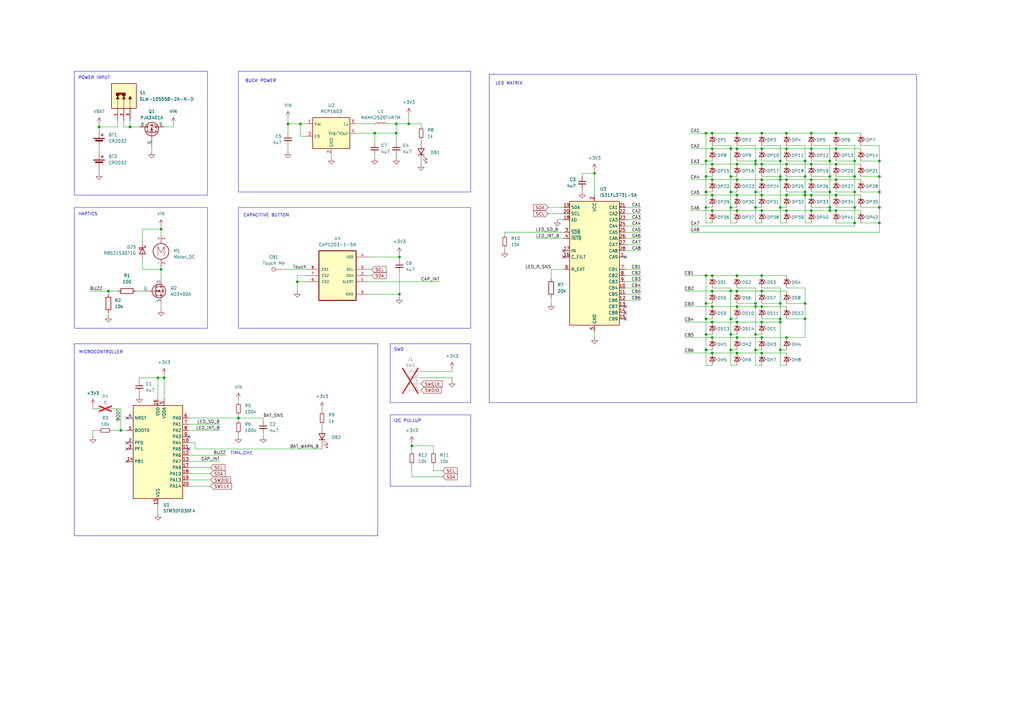
<source format=kicad_sch>
(kicad_sch (version 20250114) (generator "eeschema") (generator_version "9.0")
  (paper "A3")
  (rectangle (start 97.79 85.09) (end 193.04 134.62))
  (rectangle (start 30.48 140.97) (end 154.94 219.71))
  (rectangle (start 160.02 170.18) (end 193.04 199.39))
  (rectangle (start 97.79 29.21) (end 193.04 78.74))
  (rectangle (start 160.02 140.97) (end 193.04 165.1))
  (rectangle (start 30.48 29.21) (end 85.09 80.01))
  (rectangle (start 30.48 85.09) (end 85.09 134.62))
  (rectangle (start 200.66 30.48) (end 375.92 165.1))
  (text "POWER INPUT" (at 38.608 32.004 0) (effects (font (size 1.27 1.27))))
  (text "HAPTICS" (at 36.068 87.884 0) (effects (font (size 1.27 1.27))))
  (text "MICROCONTROLLER" (at 41.402 144.526 0) (effects (font (size 1.27 1.27))))
  (text "I2C PULLUP" (at 167.132 172.72 0) (effects (font (size 1.27 1.27))))
  (text "BUCK POWER" (at 106.934 33.274 0) (effects (font (size 1.27 1.27))))
  (text "TIM4_CH1" (at 99.06 185.928 0) (effects (font (size 1.27 1.27))))
  (text "LED MATRIX" (at 208.788 34.29 0) (effects (font (size 1.27 1.27))))
  (text "SWD" (at 163.576 143.51 0) (effects (font (size 1.27 1.27))))
  (text "CAPACITIVE BUTTON" (at 109.22 88.392 0) (effects (font (size 1.27 1.27))))
  (junction (at 168.91 182.88))
  (junction (at 320.04 73.66))
  (junction (at 292.1 119.38))
  (junction (at 299.72 119.38))
  (junction (at 330.2 80.01))
  (junction (at 49.53 176.53))
  (junction (at 299.72 72.39))
  (junction (at 292.1 86.36))
  (junction (at 302.26 138.43))
  (junction (at 289.56 137.16))
  (junction (at 342.9 67.31))
  (junction (at 322.58 138.43))
  (junction (at 340.36 72.39))
  (junction (at 299.72 137.16))
  (junction (at 312.42 132.08))
  (junction (at 163.83 105.41))
  (junction (at 299.72 85.09))
  (junction (at 340.36 86.36))
  (junction (at 332.74 67.31))
  (junction (at 342.9 54.61))
  (junction (at 289.56 113.03))
  (junction (at 312.42 54.61))
  (junction (at 289.56 85.09))
  (junction (at 312.42 73.66))
  (junction (at 299.72 130.81))
  (junction (at 309.88 143.51))
  (junction (at 322.58 73.66))
  (junction (at 320.04 124.46))
  (junction (at 320.04 132.08))
  (junction (at 299.72 78.74))
  (junction (at 302.26 80.01))
  (junction (at 309.88 78.74))
  (junction (at 118.11 50.8))
  (junction (at 340.36 85.09))
  (junction (at 292.1 125.73))
  (junction (at 289.56 78.74))
  (junction (at 312.42 60.96))
  (junction (at 289.56 72.39))
  (junction (at 360.68 78.74))
  (junction (at 340.36 66.04))
  (junction (at 292.1 67.31))
  (junction (at 350.52 78.74))
  (junction (at 302.26 67.31))
  (junction (at 292.1 113.03))
  (junction (at 322.58 67.31))
  (junction (at 299.72 143.51))
  (junction (at 302.26 144.78))
  (junction (at 302.26 60.96))
  (junction (at 289.56 66.04))
  (junction (at 330.2 78.74))
  (junction (at 350.52 91.44))
  (junction (at 299.72 60.96))
  (junction (at 167.64 50.8))
  (junction (at 67.31 154.94))
  (junction (at 322.58 60.96))
  (junction (at 330.2 124.46))
  (junction (at 302.26 73.66))
  (junction (at 322.58 86.36))
  (junction (at 342.9 86.36))
  (junction (at 320.04 66.04))
  (junction (at 292.1 144.78))
  (junction (at 312.42 67.31))
  (junction (at 322.58 80.01))
  (junction (at 350.52 85.09))
  (junction (at 309.88 66.04))
  (junction (at 66.04 93.98))
  (junction (at 97.79 171.45))
  (junction (at 320.04 72.39))
  (junction (at 350.52 72.39))
  (junction (at 312.42 125.73))
  (junction (at 320.04 143.51))
  (junction (at 292.1 80.01))
  (junction (at 302.26 113.03))
  (junction (at 332.74 73.66))
  (junction (at 309.88 125.73))
  (junction (at 332.74 60.96))
  (junction (at 289.56 124.46))
  (junction (at 302.26 86.36))
  (junction (at 162.56 50.8))
  (junction (at 342.9 73.66))
  (junction (at 302.26 119.38))
  (junction (at 330.2 130.81))
  (junction (at 342.9 80.01))
  (junction (at 309.88 124.46))
  (junction (at 292.1 138.43))
  (junction (at 292.1 54.61))
  (junction (at 322.58 54.61))
  (junction (at 44.45 119.38))
  (junction (at 53.34 52.07))
  (junction (at 302.26 54.61))
  (junction (at 309.88 85.09))
  (junction (at 330.2 72.39))
  (junction (at 330.2 66.04))
  (junction (at 312.42 138.43))
  (junction (at 320.04 130.81))
  (junction (at 360.68 91.44))
  (junction (at 243.84 71.12))
  (junction (at 332.74 54.61))
  (junction (at 340.36 78.74))
  (junction (at 289.56 143.51))
  (junction (at 332.74 80.01))
  (junction (at 121.92 115.57))
  (junction (at 342.9 60.96))
  (junction (at 312.42 86.36))
  (junction (at 40.64 52.07))
  (junction (at 153.67 54.61))
  (junction (at 312.42 144.78))
  (junction (at 312.42 80.01))
  (junction (at 292.1 60.96))
  (junction (at 312.42 119.38))
  (junction (at 289.56 54.61))
  (junction (at 312.42 113.03))
  (junction (at 123.19 50.8))
  (junction (at 360.68 72.39))
  (junction (at 320.04 85.09))
  (junction (at 302.26 132.08))
  (junction (at 162.56 54.61))
  (junction (at 309.88 67.31))
  (junction (at 292.1 73.66))
  (junction (at 360.68 85.09))
  (junction (at 309.88 137.16))
  (junction (at 360.68 66.04))
  (junction (at 350.52 66.04))
  (junction (at 289.56 130.81))
  (junction (at 66.04 110.49))
  (junction (at 302.26 125.73))
  (junction (at 332.74 86.36))
  (junction (at 292.1 132.08))
  (junction (at 64.77 154.94))
  (junction (at 163.83 120.65))
  (no_connect (at 77.47 184.15))
  (no_connect (at 231.14 102.87))
  (no_connect (at 52.07 189.23))
  (no_connect (at 77.47 179.07))
  (no_connect (at 256.54 130.81))
  (no_connect (at 52.07 184.15))
  (no_connect (at 256.54 105.41))
  (no_connect (at 231.14 105.41))
  (no_connect (at 52.07 171.45))
  (no_connect (at 52.07 181.61))
  (no_connect (at 256.54 125.73))
  (no_connect (at 256.54 128.27))
  (wire (pts (xy 353.06 66.04) (xy 360.68 66.04)))
  (wire (pts (xy 320.04 143.51) (xy 320.04 132.08)))
  (wire (pts (xy 312.42 138.43) (xy 322.58 138.43)))
  (wire (pts (xy 322.58 85.09) (xy 320.04 85.09)))
  (wire (pts (xy 332.74 85.09) (xy 340.36 85.09)))
  (wire (pts (xy 97.79 170.18) (xy 97.79 171.45)))
  (wire (pts (xy 118.11 50.8) (xy 123.19 50.8)))
  (wire (pts (xy 50.8 52.07) (xy 53.34 52.07)))
  (wire (pts (xy 289.56 113.03) (xy 289.56 124.46)))
  (wire (pts (xy 77.47 196.85) (xy 86.36 196.85)))
  (wire (pts (xy 320.04 149.86) (xy 320.04 143.51)))
  (wire (pts (xy 97.79 179.07) (xy 97.79 177.8)))
  (wire (pts (xy 299.72 91.44) (xy 302.26 91.44)))
  (wire (pts (xy 322.58 54.61) (xy 332.74 54.61)))
  (wire (pts (xy 322.58 91.44) (xy 320.04 91.44)))
  (wire (pts (xy 118.11 48.26) (xy 118.11 50.8)))
  (wire (pts (xy 243.84 135.89) (xy 243.84 138.43)))
  (wire (pts (xy 280.67 132.08) (xy 292.1 132.08)))
  (wire (pts (xy 167.64 50.8) (xy 162.56 50.8)))
  (wire (pts (xy 172.72 154.94) (xy 185.42 154.94)))
  (wire (pts (xy 40.64 50.8) (xy 40.64 52.07)))
  (wire (pts (xy 58.42 93.98) (xy 66.04 93.98)))
  (wire (pts (xy 280.67 138.43) (xy 292.1 138.43)))
  (wire (pts (xy 299.72 119.38) (xy 302.26 119.38)))
  (wire (pts (xy 55.88 119.38) (xy 58.42 119.38)))
  (wire (pts (xy 168.91 182.88) (xy 168.91 185.42)))
  (wire (pts (xy 262.89 92.71) (xy 256.54 92.71)))
  (wire (pts (xy 322.58 66.04) (xy 330.2 66.04)))
  (wire (pts (xy 353.06 59.69) (xy 360.68 59.69)))
  (wire (pts (xy 289.56 137.16) (xy 289.56 143.51)))
  (wire (pts (xy 312.42 73.66) (xy 320.04 73.66)))
  (wire (pts (xy 283.21 80.01) (xy 292.1 80.01)))
  (wire (pts (xy 342.9 60.96) (xy 353.06 60.96)))
  (wire (pts (xy 350.52 72.39) (xy 350.52 78.74)))
  (wire (pts (xy 340.36 72.39) (xy 340.36 78.74)))
  (wire (pts (xy 163.83 106.68) (xy 163.83 105.41)))
  (wire (pts (xy 123.19 50.8) (xy 125.73 50.8)))
  (wire (pts (xy 262.89 87.63) (xy 256.54 87.63)))
  (wire (pts (xy 292.1 86.36) (xy 302.26 86.36)))
  (wire (pts (xy 312.42 118.11) (xy 320.04 118.11)))
  (wire (pts (xy 262.89 110.49) (xy 256.54 110.49)))
  (wire (pts (xy 86.36 199.39) (xy 77.47 199.39)))
  (wire (pts (xy 332.74 54.61) (xy 342.9 54.61)))
  (wire (pts (xy 167.64 46.99) (xy 167.64 50.8)))
  (wire (pts (xy 292.1 73.66) (xy 283.21 73.66)))
  (wire (pts (xy 322.58 72.39) (xy 330.2 72.39)))
  (wire (pts (xy 280.67 113.03) (xy 289.56 113.03)))
  (wire (pts (xy 299.72 85.09) (xy 299.72 91.44)))
  (wire (pts (xy 107.95 177.8) (xy 107.95 179.07)))
  (wire (pts (xy 151.13 120.65) (xy 163.83 120.65)))
  (wire (pts (xy 342.9 80.01) (xy 353.06 80.01)))
  (wire (pts (xy 152.4 113.03) (xy 151.13 113.03)))
  (wire (pts (xy 292.1 132.08) (xy 302.26 132.08)))
  (wire (pts (xy 44.45 119.38) (xy 48.26 119.38)))
  (wire (pts (xy 49.53 176.53) (xy 49.53 167.64)))
  (wire (pts (xy 289.56 78.74) (xy 289.56 85.09)))
  (wire (pts (xy 49.53 176.53) (xy 52.07 176.53)))
  (wire (pts (xy 289.56 85.09) (xy 289.56 91.44)))
  (wire (pts (xy 342.9 73.66) (xy 353.06 73.66)))
  (wire (pts (xy 292.1 60.96) (xy 283.21 60.96)))
  (wire (pts (xy 262.89 102.87) (xy 256.54 102.87)))
  (wire (pts (xy 292.1 113.03) (xy 302.26 113.03)))
  (wire (pts (xy 320.04 118.11) (xy 320.04 124.46)))
  (wire (pts (xy 177.8 182.88) (xy 177.8 185.42)))
  (wire (pts (xy 283.21 92.71) (xy 350.52 92.71)))
  (wire (pts (xy 66.04 109.22) (xy 66.04 110.49)))
  (wire (pts (xy 340.36 59.69) (xy 340.36 66.04)))
  (wire (pts (xy 312.42 125.73) (xy 322.58 125.73)))
  (wire (pts (xy 309.88 91.44) (xy 312.42 91.44)))
  (wire (pts (xy 243.84 71.12) (xy 243.84 80.01)))
  (wire (pts (xy 322.58 73.66) (xy 332.74 73.66)))
  (wire (pts (xy 353.06 78.74) (xy 360.68 78.74)))
  (wire (pts (xy 332.74 66.04) (xy 340.36 66.04)))
  (wire (pts (xy 58.42 99.06) (xy 58.42 93.98)))
  (wire (pts (xy 292.1 67.31) (xy 302.26 67.31)))
  (wire (pts (xy 299.72 60.96) (xy 302.26 60.96)))
  (wire (pts (xy 322.58 59.69) (xy 330.2 59.69)))
  (wire (pts (xy 289.56 124.46) (xy 292.1 124.46)))
  (wire (pts (xy 302.26 80.01) (xy 312.42 80.01)))
  (wire (pts (xy 312.42 59.69) (xy 320.04 59.69)))
  (wire (pts (xy 280.67 125.73) (xy 292.1 125.73)))
  (wire (pts (xy 289.56 149.86) (xy 292.1 149.86)))
  (wire (pts (xy 207.01 101.6) (xy 207.01 102.87)))
  (wire (pts (xy 146.05 54.61) (xy 153.67 54.61)))
  (wire (pts (xy 289.56 124.46) (xy 289.56 130.81)))
  (wire (pts (xy 262.89 85.09) (xy 256.54 85.09)))
  (wire (pts (xy 146.05 50.8) (xy 153.67 50.8)))
  (wire (pts (xy 330.2 118.11) (xy 330.2 124.46)))
  (wire (pts (xy 292.1 60.96) (xy 299.72 60.96)))
  (wire (pts (xy 320.04 73.66) (xy 320.04 85.09)))
  (wire (pts (xy 322.58 67.31) (xy 332.74 67.31)))
  (wire (pts (xy 226.06 121.92) (xy 226.06 124.46)))
  (wire (pts (xy 322.58 138.43) (xy 330.2 138.43)))
  (wire (pts (xy 162.56 50.8) (xy 162.56 54.61)))
  (wire (pts (xy 292.1 144.78) (xy 302.26 144.78)))
  (wire (pts (xy 299.72 85.09) (xy 302.26 85.09)))
  (wire (pts (xy 292.1 59.69) (xy 299.72 59.69)))
  (wire (pts (xy 40.64 60.96) (xy 40.64 62.23)))
  (wire (pts (xy 168.91 190.5) (xy 168.91 195.58)))
  (wire (pts (xy 66.04 110.49) (xy 66.04 114.3)))
  (wire (pts (xy 38.1 176.53) (xy 38.1 179.07)))
  (wire (pts (xy 66.04 92.71) (xy 66.04 93.98)))
  (wire (pts (xy 162.56 63.5) (xy 162.56 64.77)))
  (wire (pts (xy 163.83 111.76) (xy 163.83 120.65)))
  (wire (pts (xy 302.26 144.78) (xy 312.42 144.78)))
  (wire (pts (xy 302.26 59.69) (xy 309.88 59.69)))
  (wire (pts (xy 302.26 54.61) (xy 312.42 54.61)))
  (wire (pts (xy 302.26 60.96) (xy 312.42 60.96)))
  (wire (pts (xy 168.91 182.88) (xy 177.8 182.88)))
  (wire (pts (xy 330.2 130.81) (xy 330.2 138.43)))
  (wire (pts (xy 299.72 78.74) (xy 302.26 78.74)))
  (wire (pts (xy 332.74 78.74) (xy 340.36 78.74)))
  (wire (pts (xy 309.88 67.31) (xy 309.88 78.74)))
  (wire (pts (xy 289.56 54.61) (xy 289.56 66.04)))
  (wire (pts (xy 342.9 72.39) (xy 350.52 72.39)))
  (wire (pts (xy 312.42 60.96) (xy 322.58 60.96)))
  (wire (pts (xy 309.88 67.31) (xy 312.42 67.31)))
  (wire (pts (xy 360.68 85.09) (xy 360.68 91.44)))
  (wire (pts (xy 66.04 93.98) (xy 66.04 96.52)))
  (wire (pts (xy 340.36 78.74) (xy 340.36 85.09)))
  (wire (pts (xy 36.83 119.38) (xy 44.45 119.38)))
  (wire (pts (xy 181.61 193.04) (xy 177.8 193.04)))
  (wire (pts (xy 312.42 119.38) (xy 322.58 119.38)))
  (wire (pts (xy 353.06 91.44) (xy 360.68 91.44)))
  (wire (pts (xy 153.67 64.77) (xy 153.67 63.5)))
  (wire (pts (xy 332.74 73.66) (xy 342.9 73.66)))
  (wire (pts (xy 40.64 52.07) (xy 48.26 52.07)))
  (wire (pts (xy 262.89 97.79) (xy 256.54 97.79)))
  (wire (pts (xy 312.42 66.04) (xy 320.04 66.04)))
  (wire (pts (xy 289.56 66.04) (xy 289.56 72.39)))
  (wire (pts (xy 262.89 123.19) (xy 256.54 123.19)))
  (wire (pts (xy 153.67 54.61) (xy 162.56 54.61)))
  (wire (pts (xy 262.89 115.57) (xy 256.54 115.57)))
  (wire (pts (xy 77.47 176.53) (xy 90.17 176.53)))
  (wire (pts (xy 262.89 118.11) (xy 256.54 118.11)))
  (wire (pts (xy 80.01 181.61) (xy 80.01 184.15)))
  (wire (pts (xy 185.42 154.94) (xy 185.42 156.21)))
  (wire (pts (xy 312.42 86.36) (xy 322.58 86.36)))
  (wire (pts (xy 302.26 66.04) (xy 309.88 66.04)))
  (wire (pts (xy 299.72 72.39) (xy 299.72 60.96)))
  (wire (pts (xy 57.15 161.29) (xy 57.15 162.56)))
  (wire (pts (xy 262.89 113.03) (xy 256.54 113.03)))
  (wire (pts (xy 320.04 66.04) (xy 320.04 72.39)))
  (wire (pts (xy 322.58 149.86) (xy 320.04 149.86)))
  (wire (pts (xy 342.9 54.61) (xy 353.06 54.61)))
  (wire (pts (xy 224.79 85.09) (xy 231.14 85.09)))
  (wire (pts (xy 309.88 143.51) (xy 309.88 137.16)))
  (wire (pts (xy 330.2 91.44) (xy 330.2 80.01)))
  (wire (pts (xy 86.36 194.31) (xy 77.47 194.31)))
  (wire (pts (xy 360.68 72.39) (xy 360.68 78.74)))
  (wire (pts (xy 292.1 86.36) (xy 283.21 86.36)))
  (wire (pts (xy 62.23 59.69) (xy 62.23 62.23)))
  (wire (pts (xy 121.92 113.03) (xy 121.92 115.57)))
  (wire (pts (xy 57.15 154.94) (xy 64.77 154.94)))
  (wire (pts (xy 299.72 59.69) (xy 299.72 60.96)))
  (wire (pts (xy 320.04 73.66) (xy 322.58 73.66)))
  (wire (pts (xy 50.8 49.53) (xy 50.8 52.07)))
  (wire (pts (xy 44.45 128.27) (xy 44.45 129.54)))
  (wire (pts (xy 107.95 172.72) (xy 107.95 171.45)))
  (wire (pts (xy 312.42 72.39) (xy 320.04 72.39)))
  (wire (pts (xy 231.14 110.49) (xy 226.06 110.49)))
  (wire (pts (xy 302.26 118.11) (xy 309.88 118.11)))
  (wire (pts (xy 302.26 130.81) (xy 299.72 130.81)))
  (wire (pts (xy 340.36 86.36) (xy 342.9 86.36)))
  (wire (pts (xy 38.1 176.53) (xy 40.64 176.53)))
  (wire (pts (xy 289.56 78.74) (xy 292.1 78.74)))
  (wire (pts (xy 289.56 91.44) (xy 292.1 91.44)))
  (wire (pts (xy 309.88 78.74) (xy 312.42 78.74)))
  (wire (pts (xy 163.83 120.65) (xy 163.83 121.92)))
  (wire (pts (xy 302.26 73.66) (xy 312.42 73.66)))
  (wire (pts (xy 64.77 207.01) (xy 64.77 210.82)))
  (wire (pts (xy 302.26 113.03) (xy 312.42 113.03)))
  (wire (pts (xy 292.1 138.43) (xy 302.26 138.43)))
  (wire (pts (xy 132.08 175.26) (xy 132.08 173.99)))
  (wire (pts (xy 67.31 52.07) (xy 71.12 52.07)))
  (wire (pts (xy 118.11 54.61) (xy 118.11 50.8)))
  (wire (pts (xy 238.76 72.39) (xy 238.76 71.12)))
  (wire (pts (xy 177.8 193.04) (xy 177.8 190.5)))
  (wire (pts (xy 322.58 124.46) (xy 330.2 124.46)))
  (wire (pts (xy 289.56 72.39) (xy 292.1 72.39)))
  (wire (pts (xy 289.56 113.03) (xy 292.1 113.03)))
  (wire (pts (xy 312.42 130.81) (xy 320.04 130.81)))
  (wire (pts (xy 350.52 59.69) (xy 350.52 66.04)))
  (wire (pts (xy 309.88 78.74) (xy 309.88 85.09)))
  (wire (pts (xy 289.56 130.81) (xy 289.56 137.16)))
  (wire (pts (xy 342.9 67.31) (xy 353.06 67.31)))
  (wire (pts (xy 48.26 52.07) (xy 48.26 49.53)))
  (wire (pts (xy 67.31 154.94) (xy 67.31 163.83)))
  (wire (pts (xy 360.68 66.04) (xy 360.68 72.39)))
  (wire (pts (xy 309.88 59.69) (xy 309.88 66.04)))
  (wire (pts (xy 322.58 130.81) (xy 330.2 130.81)))
  (wire (pts (xy 299.72 143.51) (xy 302.26 143.51)))
  (wire (pts (xy 309.88 137.16) (xy 309.88 125.73)))
  (wire (pts (xy 168.91 195.58) (xy 181.61 195.58)))
  (wire (pts (xy 121.92 115.57) (xy 125.73 115.57)))
  (wire (pts (xy 135.89 64.77) (xy 135.89 63.5)))
  (wire (pts (xy 53.34 49.53) (xy 53.34 52.07)))
  (wire (pts (xy 312.42 132.08) (xy 320.04 132.08)))
  (wire (pts (xy 97.79 171.45) (xy 97.79 172.72)))
  (wire (pts (xy 309.88 85.09) (xy 309.88 91.44)))
  (wire (pts (xy 226.06 110.49) (xy 226.06 114.3)))
  (wire (pts (xy 158.75 50.8) (xy 162.56 50.8)))
  (wire (pts (xy 97.79 163.83) (xy 97.79 165.1)))
  (wire (pts (xy 312.42 80.01) (xy 322.58 80.01)))
  (wire (pts (xy 299.72 137.16) (xy 302.26 137.16)))
  (wire (pts (xy 172.72 57.15) (xy 172.72 58.42)))
  (wire (pts (xy 238.76 77.47) (xy 238.76 78.74)))
  (wire (pts (xy 353.06 85.09) (xy 360.68 85.09)))
  (wire (pts (xy 132.08 167.64) (xy 132.08 168.91)))
  (wire (pts (xy 185.42 151.13) (xy 185.42 152.4)))
  (wire (pts (xy 219.71 97.79) (xy 231.14 97.79)))
  (wire (pts (xy 66.04 124.46) (xy 66.04 127)))
  (wire (pts (xy 302.26 138.43) (xy 312.42 138.43)))
  (wire (pts (xy 322.58 86.36) (xy 332.74 86.36)))
  (wire (pts (xy 353.06 72.39) (xy 360.68 72.39)))
  (wire (pts (xy 289.56 66.04) (xy 292.1 66.04)))
  (wire (pts (xy 302.26 149.86) (xy 299.72 149.86)))
  (wire (pts (xy 322.58 80.01) (xy 330.2 80.01)))
  (wire (pts (xy 330.2 66.04) (xy 330.2 72.39)))
  (wire (pts (xy 332.74 72.39) (xy 340.36 72.39)))
  (wire (pts (xy 330.2 124.46) (xy 330.2 130.81)))
  (wire (pts (xy 121.92 115.57) (xy 121.92 119.38)))
  (wire (pts (xy 312.42 113.03) (xy 322.58 113.03)))
  (wire (pts (xy 292.1 67.31) (xy 283.21 67.31)))
  (wire (pts (xy 350.52 78.74) (xy 350.52 85.09)))
  (wire (pts (xy 312.42 54.61) (xy 322.58 54.61)))
  (wire (pts (xy 322.58 78.74) (xy 330.2 78.74)))
  (wire (pts (xy 342.9 78.74) (xy 350.52 78.74)))
  (wire (pts (xy 292.1 118.11) (xy 299.72 118.11)))
  (wire (pts (xy 243.84 69.85) (xy 243.84 71.12)))
  (wire (pts (xy 77.47 173.99) (xy 90.17 173.99)))
  (wire (pts (xy 302.26 125.73) (xy 309.88 125.73)))
  (wire (pts (xy 289.56 143.51) (xy 289.56 149.86)))
  (wire (pts (xy 302.26 86.36) (xy 312.42 86.36)))
  (wire (pts (xy 289.56 130.81) (xy 292.1 130.81)))
  (wire (pts (xy 332.74 60.96) (xy 342.9 60.96)))
  (wire (pts (xy 151.13 105.41) (xy 163.83 105.41)))
  (wire (pts (xy 342.9 59.69) (xy 350.52 59.69)))
  (wire (pts (xy 312.42 143.51) (xy 309.88 143.51)))
  (wire (pts (xy 309.88 149.86) (xy 309.88 143.51)))
  (wire (pts (xy 40.64 167.64) (xy 38.1 167.64)))
  (wire (pts (xy 299.72 149.86) (xy 299.72 143.51)))
  (wire (pts (xy 44.45 119.38) (xy 44.45 120.65)))
  (wire (pts (xy 360.68 91.44) (xy 360.68 95.25)))
  (wire (pts (xy 77.47 171.45) (xy 97.79 171.45)))
  (wire (pts (xy 77.47 181.61) (xy 80.01 181.61)))
  (wire (pts (xy 162.56 54.61) (xy 162.56 58.42)))
  (wire (pts (xy 299.72 130.81) (xy 299.72 119.38)))
  (wire (pts (xy 40.64 69.85) (xy 40.64 71.12)))
  (wire (pts (xy 340.36 66.04) (xy 340.36 72.39)))
  (wire (pts (xy 45.72 176.53) (xy 49.53 176.53)))
  (wire (pts (xy 312.42 124.46) (xy 320.04 124.46)))
  (wire (pts (xy 320.04 59.69) (xy 320.04 66.04)))
  (wire (pts (xy 299.72 137.16) (xy 299.72 130.81)))
  (wire (pts (xy 360.68 59.69) (xy 360.68 66.04)))
  (wire (pts (xy 262.89 95.25) (xy 256.54 95.25)))
  (wire (pts (xy 312.42 144.78) (xy 322.58 144.78)))
  (wire (pts (xy 302.26 124.46) (xy 309.88 124.46)))
  (wire (pts (xy 163.83 104.14) (xy 163.83 105.41)))
  (wire (pts (xy 292.1 54.61) (xy 302.26 54.61)))
  (wire (pts (xy 332.74 67.31) (xy 342.9 67.31)))
  (wire (pts (xy 115.57 110.49) (xy 125.73 110.49)))
  (wire (pts (xy 67.31 153.67) (xy 67.31 154.94)))
  (wire (pts (xy 342.9 91.44) (xy 350.52 91.44)))
  (wire (pts (xy 299.72 143.51) (xy 299.72 137.16)))
  (wire (pts (xy 320.04 130.81) (xy 320.04 132.08)))
  (wire (pts (xy 132.08 182.88) (xy 132.08 184.15)))
  (wire (pts (xy 80.01 184.15) (xy 132.08 184.15)))
  (wire (pts (xy 292.1 125.73) (xy 302.26 125.73)))
  (wire (pts (xy 97.79 171.45) (xy 107.95 171.45)))
  (wire (pts (xy 312.42 137.16) (xy 309.88 137.16)))
  (wire (pts (xy 58.42 110.49) (xy 58.42 106.68)))
  (wire (pts (xy 350.52 85.09) (xy 350.52 91.44)))
  (wire (pts (xy 262.89 100.33) (xy 256.54 100.33)))
  (wire (pts (xy 280.67 144.78) (xy 292.1 144.78)))
  (wire (pts (xy 299.72 118.11) (xy 299.72 119.38)))
  (wire (pts (xy 49.53 167.64) (xy 45.72 167.64)))
  (wire (pts (xy 309.88 118.11) (xy 309.88 124.46)))
  (wire (pts (xy 302.26 72.39) (xy 299.72 72.39)))
  (wire (pts (xy 302.26 132.08) (xy 312.42 132.08)))
  (wire (pts (xy 299.72 72.39) (xy 299.72 78.74)))
  (wire (pts (xy 207.01 95.25) (xy 231.14 95.25)))
  (wire (pts (xy 167.64 50.8) (xy 172.72 50.8)))
  (wire (pts (xy 332.74 59.69) (xy 340.36 59.69)))
  (wire (pts (xy 86.36 191.77) (xy 77.47 191.77)))
  (wire (pts (xy 121.92 113.03) (xy 125.73 113.03)))
  (wire (pts (xy 332.74 86.36) (xy 340.36 86.36)))
  (wire (pts (xy 172.72 50.8) (xy 172.72 52.07)))
  (wire (pts (xy 153.67 54.61) (xy 153.67 58.42)))
  (wire (pts (xy 262.89 120.65) (xy 256.54 120.65)))
  (wire (pts (xy 342.9 66.04) (xy 350.52 66.04)))
  (wire (pts (xy 238.76 71.12) (xy 243.84 71.12)))
  (wire (pts (xy 340.36 85.09) (xy 340.36 86.36)))
  (wire (pts (xy 320.04 91.44) (xy 320.04 85.09)))
  (wire (pts (xy 151.13 115.57) (xy 180.34 115.57)))
  (wire (pts (xy 172.72 66.04) (xy 172.72 67.31)))
  (wire (pts (xy 309.88 125.73) (xy 312.42 125.73)))
  (wire (pts (xy 330.2 80.01) (xy 332.74 80.01)))
  (wire (pts (xy 309.88 85.09) (xy 312.42 85.09)))
  (wire (pts (xy 118.11 59.69) (xy 118.11 62.23)))
  (wire (pts (xy 57.15 154.94) (xy 57.15 156.21)))
  (wire (pts (xy 342.9 85.09) (xy 350.52 85.09)))
  (wire (pts (xy 123.19 55.88) (xy 123.19 50.8)))
  (wire (pts (xy 71.12 50.8) (xy 71.12 52.07)))
  (wire (pts (xy 312.42 149.86) (xy 309.88 149.86)))
  (wire (pts (xy 283.21 95.25) (xy 360.68 95.25)))
  (wire (pts (xy 292.1 80.01) (xy 302.26 80.01)))
  (wire (pts (xy 299.72 78.74) (xy 299.72 85.09)))
  (wire (pts (xy 283.21 54.61) (xy 289.56 54.61)))
  (wire (pts (xy 228.6 90.17) (xy 231.14 90.17)))
  (wire (pts (xy 360.68 78.74) (xy 360.68 85.09)))
  (wire (pts (xy 66.04 110.49) (xy 58.42 110.49)))
  (wire (pts (xy 302.26 67.31) (xy 309.88 67.31)))
  (wire (pts (xy 322.58 143.51) (xy 320.04 143.51)))
  (wire (pts (xy 53.34 52.07) (xy 57.15 52.07)))
  (wire (pts (xy 332.74 91.44) (xy 330.2 91.44)))
  (wire (pts (xy 350.52 66.04) (xy 350.52 72.39)))
  (wire (pts (xy 322.58 118.11) (xy 330.2 118.11)))
  (wire (pts (xy 289.56 72.39) (xy 289.56 78.74)))
  (wire (pts (xy 350.52 91.44) (xy 350.52 92.71)))
  (wire (pts (xy 64.77 154.94) (xy 67.31 154.94)))
  (wire (pts (xy 207.01 95.25) (xy 207.01 96.52)))
  (wire (pts (xy 77.47 189.23) (xy 90.17 189.23)))
  (wire (pts (xy 125.73 55.88) (xy 123.19 55.88)))
  (wire (pts (xy 292.1 73.66) (xy 302.26 73.66)))
  (wire (pts (xy 168.91 181.61) (xy 168.91 182.88)))
  (wire (pts (xy 289.56 85.09) (xy 292.1 85.09)))
  (wire (pts (xy 320.04 72.39) (xy 320.04 73.66)))
  (wire (pts (xy 262.89 90.17) (xy 256.54 90.17)))
  (wire (pts (xy 320.04 124.46) (xy 320.04 130.81)))
  (wire (pts (xy 77.47 186.69) (xy 92.71 186.69)))
  (wire (pts (xy 312.42 67.31) (xy 322.58 67.31)))
  (wire (pts (xy 38.1 166.37) (xy 38.1 167.64)))
  (wire (pts (xy 302.26 119.38) (xy 312.42 119.38)))
  (wire (pts (xy 289.56 137.16) (xy 292.1 137.16)))
  (wire (pts (xy 280.67 119.38) (xy 292.1 119.38)))
  (wire (pts (xy 342.9 86.36) (xy 353.06 86.36)))
  (wire (pts (xy 330.2 78.74) (xy 330.2 80.01)))
  (wire (pts (xy 292.1 54.61) (xy 289.56 54.61)))
  (wire (pts (xy 292.1 119.38) (xy 299.72 119.38)))
  (wire (pts (xy 309.88 124.46) (xy 309.88 125.73)))
  (wire (pts (xy 330.2 72.39) (xy 330.2 78.74)))
  (wire (pts (xy 309.88 66.04) (xy 309.88 67.31)))
  (wire (pts (xy 224.79 87.63) (xy 231.14 87.63)))
  (wire (pts (xy 332.74 80.01) (xy 342.9 80.01)))
  (wire (pts (xy 330.2 59.69) (xy 330.2 66.04)))
  (wire (pts (xy 185.42 152.4) (xy 172.72 152.4)))
  (wire (pts (xy 289.56 143.51) (xy 292.1 143.51)))
  (wire (pts (xy 322.58 60.96) (xy 332.74 60.96)))
  (wire (pts (xy 64.77 154.94) (xy 64.77 163.83)))
  (wire (pts (xy 40.64 52.07) (xy 40.64 53.34)))
  (wire (pts (xy 152.4 110.49) (xy 151.13 110.49)))
  (label "CA7" (at 262.89 100.33 180))
  (label "CA5" (at 283.21 80.01 0))
  (label "LED_R_SNS" (at 226.06 110.49 180))
  (label "BAT_SNS" (at 107.95 171.45 0))
  (label "LED_SD_B" (at 90.17 173.99 180))
  (label "CAP_INT" (at 90.17 189.23 180))
  (label "CA2" (at 283.21 60.96 0))
  (label "CA8" (at 283.21 95.25 0))
  (label "CA6" (at 262.89 97.79 180))
  (label "CA1" (at 262.89 85.09 180))
  (label "CA4" (at 283.21 73.66 0))
  (label "CA3" (at 262.89 90.17 180))
  (label "CB2" (at 280.67 119.38 0))
  (label "CA1" (at 283.21 54.61 0))
  (label "CB6" (at 262.89 123.19 180))
  (label "CA5" (at 262.89 95.25 180))
  (label "BUZZ" (at 92.71 186.69 180))
  (label "BUZZ" (at 36.83 119.38 0))
  (label "CA8" (at 262.89 102.87 180))
  (label "BOOT" (at 49.53 167.64 270))
  (label "CB1" (at 262.89 110.49 180))
  (label "CA2" (at 262.89 87.63 180))
  (label "CA6" (at 283.21 86.36 0))
  (label "CB5" (at 262.89 120.65 180))
  (label "CB3" (at 262.89 115.57 180))
  (label "BAT_WARN_B" (at 130.81 184.15 180))
  (label "CA7" (at 283.21 92.71 0))
  (label "CA3" (at 283.21 67.31 0))
  (label "CB6" (at 280.67 144.78 0))
  (label "LED_INT_B" (at 219.71 97.79 0))
  (label "Touch" (at 125.73 110.49 180))
  (label "CA4" (at 262.89 92.71 180))
  (label "CB2" (at 262.89 113.03 180))
  (label "CB1" (at 280.67 113.03 0))
  (label "CB5" (at 280.67 138.43 0))
  (label "CB4" (at 280.67 132.08 0))
  (label "CB3" (at 280.67 125.73 0))
  (label "CAP_INT" (at 180.34 115.57 180))
  (label "LED_INT_B" (at 90.17 176.53 180))
  (label "CB4" (at 262.89 118.11 180))
  (label "LED_SD_B" (at 219.71 95.25 0))
  (global_label "SDA" (shape input) (at 224.79 85.09 180) (property "Intersheetrefs" "${INTERSHEET_REFS}" (effects (hide yes))))
  (global_label "SWCLK" (shape input) (at 86.36 199.39 0) (property "Intersheetrefs" "${INTERSHEET_REFS}" (effects (hide yes))))
  (global_label "SCL" (shape input) (at 224.79 87.63 180) (property "Intersheetrefs" "${INTERSHEET_REFS}" (effects (hide yes))))
  (global_label "SDA" (shape input) (at 152.4 113.03 0) (property "Intersheetrefs" "${INTERSHEET_REFS}" (effects (hide yes))))
  (global_label "SDA" (shape input) (at 86.36 194.31 0) (property "Intersheetrefs" "${INTERSHEET_REFS}" (effects (hide yes))))
  (global_label "SWDIO" (shape input) (at 172.72 160.02 0) (property "Intersheetrefs" "${INTERSHEET_REFS}" (effects (hide yes))))
  (global_label "SCL" (shape input) (at 86.36 191.77 0) (property "Intersheetrefs" "${INTERSHEET_REFS}" (effects (hide yes))))
  (global_label "SWCLK" (shape input) (at 172.72 157.48 0) (property "Intersheetrefs" "${INTERSHEET_REFS}" (effects (hide yes))))
  (global_label "SDA" (shape input) (at 181.61 195.58 0) (property "Intersheetrefs" "${INTERSHEET_REFS}" (effects (hide yes))))
  (global_label "SCL" (shape input) (at 181.61 193.04 0) (property "Intersheetrefs" "${INTERSHEET_REFS}" (effects (hide yes))))
  (global_label "SCL" (shape input) (at 152.4 110.49 0) (property "Intersheetrefs" "${INTERSHEET_REFS}" (effects (hide yes))))
  (global_label "SWDIO" (shape input) (at 86.36 196.85 0) (property "Intersheetrefs" "${INTERSHEET_REFS}" (effects (hide yes))))
  (symbol (lib_id "Aloe:VIN") (at 66.04 92.71 0) (unit 1)
    (property "Reference" "#PWR05" (effects (hide yes)))
    (property "Value" "VIN" (at 66.04 87.63 0))
    (property "Description" "Power symbol creates a global label with name \"VBUS\"" (effects (hide yes)))
  )
  (symbol (lib_id "Aloe:GND") (at 226.06 124.46 0) (unit 1)
    (property "Reference" "#PWR017" (effects (hide yes)))
    (property "Value" "GND" (effects (hide yes)))
    (property "Description" "Power symbol creates a global label with name \"GND\" , ground" (effects (hide yes)))
  )
  (symbol (lib_id "Aloe:C_Small") (at 238.76 74.93 0) (unit 1)
    (property "Reference" "C3" (at 236.22 73.6662 0) (effects (justify right)))
    (property "Value" "4u7" (at 236.22 76.2062 0) (effects (justify right)))
    (property "Footprint" "Capacitor_SMD:C_0402_1005Metric_Pad0.74x0.62mm_HandSolder" (effects (hide yes)))
    (property "Description" "Unpolarized capacitor, small symbol" (effects (hide yes)))
    (property "Stocked" "y" (effects (hide yes)))
  )
  (symbol (lib_id "power:+3V3") (at 243.84 69.85 0) (unit 1)
    (property "Reference" "#PWR018" (effects (hide yes)))
    (property "Value" "+3V3" (at 243.84 64.77 0))
    (property "Description" "Power symbol creates a global label with name \"+3V3\"" (effects (hide yes)))
  )
  (symbol (lib_id "Aloe:CAP1203-1-SN") (at 138.43 113.03 0) (unit 1)
    (property "Reference" "U4" (at 138.43 97.79 0))
    (property "Value" "CAP1203-1-SN" (at 138.43 100.33 0))
    (property "Footprint" "Aloe:SOIC127P600X175-8N" (effects (hide yes)))
    (property "Manufacturer" "Microchip" (effects (hide yes)))
    (property "Package" "SOIC127P600X175-8N" (effects (hide yes)))
    (property "DK_PN" "CAP1203-1-SN" (effects (hide yes)))
  )
  (symbol (lib_id "Device:LED_Small") (at 292.1 128.27 270) (unit 1)
    (property "Reference" "DS9" (at 294.132 128.524 90) (effects (justify left)))
    (property "Value" "LED_Small" (effects (hide yes)))
    (property "Footprint" "LED_SMD:LED_0402_1005Metric_Minimal" (effects (hide yes)))
    (property "Description" "Light emitting diode, small symbol" (effects (hide yes)))
    (property "Sim.Pin" "1=K 2=A" (effects (hide yes)))
    (property "DK_PN" "EAST10052WA0" (effects (hide yes)))
  )
  (symbol (lib_id "Device:LED_Small") (at 353.06 82.55 270) (unit 1)
    (property "Reference" "DP35" (at 355.092 82.804 90) (effects (justify left)))
    (property "Value" "LED_Small" (effects (hide yes)))
    (property "Footprint" "LED_SMD:LED_0805_2012Metric_InnerMarking" (effects (hide yes)))
    (property "Description" "Light emitting diode, small symbol" (effects (hide yes)))
    (property "Sim.Pin" "1=K 2=A" (effects (hide yes)))
    (property "DK_PN" "B1701UY--20D000214U1930" (effects (hide yes)))
  )
  (symbol (lib_id "Aloe:R") (at 52.07 119.38 90) (unit 1)
    (property "Reference" "R1" (at 52.07 113.03 90))
    (property "Value" "100" (at 52.07 115.57 90))
    (property "Footprint" "Resistor_SMD:R_0402_1005Metric_Pad0.72x0.64mm_HandSolder" (effects (hide yes)))
    (property "Description" "Resistor" (effects (hide yes)))
    (property "Stocked" "y" (effects (hide yes)))
  )
  (symbol (lib_id "Device:LED_Small") (at 342.9 82.55 270) (unit 1)
    (property "Reference" "DP34" (at 344.932 82.804 90) (effects (justify left)))
    (property "Value" "LED_Small" (effects (hide yes)))
    (property "Footprint" "LED_SMD:LED_0805_2012Metric_InnerMarking" (effects (hide yes)))
    (property "Description" "Light emitting diode, small symbol" (effects (hide yes)))
    (property "Sim.Pin" "1=K 2=A" (effects (hide yes)))
    (property "DK_PN" "B1701UY--20D000214U1930" (effects (hide yes)))
  )
  (symbol (lib_id "Aloe:GND") (at 172.72 67.31 0) (unit 1)
    (property "Reference" "#PWR025" (effects (hide yes)))
    (property "Value" "GND" (effects (hide yes)))
    (property "Description" "Power symbol creates a global label with name \"GND\" , ground" (effects (hide yes)))
  )
  (symbol (lib_id "Device:LED_Small") (at 312.42 57.15 270) (unit 1)
    (property "Reference" "DP3" (at 314.452 57.404 90) (effects (justify left)))
    (property "Value" "LED_Small" (effects (hide yes)))
    (property "Footprint" "LED_SMD:LED_0805_2012Metric_InnerMarking" (effects (hide yes)))
    (property "Description" "Light emitting diode, small symbol" (effects (hide yes)))
    (property "Sim.Pin" "1=K 2=A" (effects (hide yes)))
    (property "DK_PN" "B1701UY--20D000214U1930" (effects (hide yes)))
  )
  (symbol (lib_id "Device:Battery_Cell") (at 40.64 58.42 0) (unit 1)
    (property "Reference" "BT1" (at 44.45 55.3084 0) (effects (justify left)))
    (property "Value" "CR2032" (at 44.45 57.8484 0) (effects (justify left)))
    (property "Footprint" "Aloe:BAT_BAT-HLD-003-SMT" (effects (hide yes)))
    (property "Description" "Single-cell battery" (effects (hide yes)))
    (property "DK_PN" "1908-CR2032-ND " (effects (hide yes)))
  )
  (symbol (lib_id "Aloe:C_Small") (at 107.95 175.26 0) (unit 1)
    (property "Reference" "C2" (at 110.49 173.9962 0) (effects (justify left)))
    (property "Value" "4u7" (at 110.49 176.5362 0) (effects (justify left)))
    (property "Footprint" "Capacitor_SMD:C_0402_1005Metric_Pad0.74x0.62mm_HandSolder" (effects (hide yes)))
    (property "Description" "Unpolarized capacitor, small symbol" (effects (hide yes)))
    (property "Stocked" "y" (effects (hide yes)))
  )
  (symbol (lib_id "Aloe:GND") (at 163.83 121.92 0) (unit 1)
    (property "Reference" "#PWR028" (effects (hide yes)))
    (property "Value" "GND" (effects (hide yes)))
    (property "Description" "Power symbol creates a global label with name \"GND\" , ground" (effects (hide yes)))
  )
  (symbol (lib_id "Aloe:R_Small") (at 207.01 99.06 0) (mirror y) (unit 1)
    (property "Reference" "R10" (at 209.55 97.7899 0) (effects (justify right)))
    (property "Value" "10k" (at 209.55 100.3299 0) (effects (justify right)))
    (property "Footprint" "Resistor_SMD:R_0402_1005Metric_Pad0.72x0.64mm_HandSolder" (effects (hide yes)))
    (property "Description" "Resistor, small symbol" (effects (hide yes)))
    (property "Stocked" "y" (effects (hide yes)))
  )
  (symbol (lib_id "Device:LED_Small") (at 302.26 115.57 270) (unit 1)
    (property "Reference" "DS2" (at 304.292 115.824 90) (effects (justify left)))
    (property "Value" "LED_Small" (effects (hide yes)))
    (property "Footprint" "LED_SMD:LED_0402_1005Metric_Minimal" (effects (hide yes)))
    (property "Description" "Light emitting diode, small symbol" (effects (hide yes)))
    (property "Sim.Pin" "1=K 2=A" (effects (hide yes)))
    (property "DK_PN" "EAST10052WA0" (effects (hide yes)))
  )
  (symbol (lib_id "Aloe:GND") (at 97.79 179.07 0) (unit 1)
    (property "Reference" "#PWR015" (effects (hide yes)))
    (property "Value" "GND" (effects (hide yes)))
    (property "Description" "Power symbol creates a global label with name \"GND\" , ground" (effects (hide yes)))
  )
  (symbol (lib_id "Aloe:VIN") (at 97.79 163.83 0) (unit 1)
    (property "Reference" "#PWR013" (effects (hide yes)))
    (property "Value" "VIN" (at 97.79 158.75 0))
    (property "Description" "Power symbol creates a global label with name \"VBUS\"" (effects (hide yes)))
  )
  (symbol (lib_id "Aloe:SLW-105558-2A-N-D") (at 50.8 39.37 90) (unit 1)
    (property "Reference" "S1" (at 57.15 38.0999 90) (effects (justify right)))
    (property "Value" "SLW-105558-2A-N-D" (at 57.15 40.6399 90) (effects (justify right)))
    (property "Footprint" "Aloe:SW_SLW-105558-2A-N-D" (effects (hide yes)))
    (property "PARTREV" "1.01" (effects (hide yes)))
    (property "STANDARD" "Manufacturer Recommendations" (effects (hide yes)))
    (property "MAXIMUM_PACKAGE_HEIGHT" "7.0mm" (effects (hide yes)))
    (property "MANUFACTURER" "Same Sky" (effects (hide yes)))
    (property "DK_PN" "2223-SLW-105558-2A-N-D-ND " (effects (hide yes)))
  )
  (symbol (lib_id "Device:LED_Small") (at 302.26 69.85 270) (unit 1)
    (property "Reference" "DP16" (at 304.292 70.104 90) (effects (justify left)))
    (property "Value" "LED_Small" (effects (hide yes)))
    (property "Footprint" "LED_SMD:LED_0805_2012Metric_InnerMarking" (effects (hide yes)))
    (property "Description" "Light emitting diode, small symbol" (effects (hide yes)))
    (property "Sim.Pin" "1=K 2=A" (effects (hide yes)))
    (property "DK_PN" "B1701UY--20D000214U1930" (effects (hide yes)))
  )
  (symbol (lib_id "Device:LED_Small") (at 312.42 63.5 270) (unit 1)
    (property "Reference" "DP10" (at 314.452 63.754 90) (effects (justify left)))
    (property "Value" "LED_Small" (effects (hide yes)))
    (property "Footprint" "LED_SMD:LED_0805_2012Metric_InnerMarking" (effects (hide yes)))
    (property "Description" "Light emitting diode, small symbol" (effects (hide yes)))
    (property "Sim.Pin" "1=K 2=A" (effects (hide yes)))
    (property "DK_PN" "B1701UY--20D000214U1930" (effects (hide yes)))
  )
  (symbol (lib_id "Aloe:GND") (at 228.6 90.17 0) (unit 1)
    (property "Reference" "#PWR031" (effects (hide yes)))
    (property "Value" "GND" (effects (hide yes)))
    (property "Description" "Power symbol creates a global label with name \"GND\" , ground" (effects (hide yes)))
  )
  (symbol (lib_id "Simulation_SPICE:NMOS") (at 63.5 119.38 0) (unit 1)
    (property "Reference" "Q2" (at 69.85 118.1099 0) (effects (justify left)))
    (property "Value" "AO3400A" (at 69.85 120.6499 0) (effects (justify left)))
    (property "Footprint" "Package_TO_SOT_SMD:SOT-23-3" (effects (hide yes)))
    (property "Datasheet" "https://ngspice.sourceforge.io/docs/ngspice-html-manual/manual.xhtml#cha_MOSFETs" (effects (hide yes)))
    (property "Description" "N-MOSFET transistor, drain/source/gate" (effects (hide yes)))
    (property "Sim.Device" "NMOS" (effects (hide yes)))
    (property "Sim.Type" "VDMOS" (effects (hide yes)))
    (property "Sim.Pins" "1=D 2=G 3=S" (effects (hide yes)))
    (property "DK_PN" "AO3400A" (effects (hide yes)))
  )
  (symbol (lib_id "Device:LED_Small") (at 322.58 82.55 270) (unit 1)
    (property "Reference" "DP32" (at 324.612 82.804 90) (effects (justify left)))
    (property "Value" "LED_Small" (effects (hide yes)))
    (property "Footprint" "LED_SMD:LED_0805_2012Metric_InnerMarking" (effects (hide yes)))
    (property "Description" "Light emitting diode, small symbol" (effects (hide yes)))
    (property "Sim.Pin" "1=K 2=A" (effects (hide yes)))
    (property "DK_PN" "B1701UY--20D000214U1930" (effects (hide yes)))
  )
  (symbol (lib_id "Device:LED_Small") (at 353.06 69.85 270) (unit 1)
    (property "Reference" "DP21" (at 355.092 70.104 90) (effects (justify left)))
    (property "Value" "LED_Small" (effects (hide yes)))
    (property "Footprint" "LED_SMD:LED_0805_2012Metric_InnerMarking" (effects (hide yes)))
    (property "Description" "Light emitting diode, small symbol" (effects (hide yes)))
    (property "Sim.Pin" "1=K 2=A" (effects (hide yes)))
    (property "DK_PN" "B1701UY--20D000214U1930" (effects (hide yes)))
  )
  (symbol (lib_id "Device:LED_Small") (at 332.74 63.5 270) (unit 1)
    (property "Reference" "DP12" (at 334.772 63.754 90) (effects (justify left)))
    (property "Value" "LED_Small" (effects (hide yes)))
    (property "Footprint" "LED_SMD:LED_0805_2012Metric_InnerMarking" (effects (hide yes)))
    (property "Description" "Light emitting diode, small symbol" (effects (hide yes)))
    (property "Sim.Pin" "1=K 2=A" (effects (hide yes)))
    (property "DK_PN" "B1701UY--20D000214U1930" (effects (hide yes)))
  )
  (symbol (lib_id "Device:LED_Small") (at 312.42 82.55 270) (unit 1)
    (property "Reference" "DP31" (at 314.452 82.804 90) (effects (justify left)))
    (property "Value" "LED_Small" (effects (hide yes)))
    (property "Footprint" "LED_SMD:LED_0805_2012Metric_InnerMarking" (effects (hide yes)))
    (property "Description" "Light emitting diode, small symbol" (effects (hide yes)))
    (property "Sim.Pin" "1=K 2=A" (effects (hide yes)))
    (property "DK_PN" "B1701UY--20D000214U1930" (effects (hide yes)))
  )
  (symbol (lib_id "Device:LED_Small") (at 302.26 82.55 270) (unit 1)
    (property "Reference" "DP30" (at 304.292 82.804 90) (effects (justify left)))
    (property "Value" "LED_Small" (effects (hide yes)))
    (property "Footprint" "LED_SMD:LED_0805_2012Metric_InnerMarking" (effects (hide yes)))
    (property "Description" "Light emitting diode, small symbol" (effects (hide yes)))
    (property "Sim.Pin" "1=K 2=A" (effects (hide yes)))
    (property "DK_PN" "B1701UY--20D000214U1930" (effects (hide yes)))
  )
  (symbol (lib_id "Device:LED_Small") (at 322.58 128.27 270) (unit 1)
    (property "Reference" "DS12" (at 324.612 128.524 90) (effects (justify left)))
    (property "Value" "LED_Small" (effects (hide yes)))
    (property "Footprint" "LED_SMD:LED_0402_1005Metric_Minimal" (effects (hide yes)))
    (property "Description" "Light emitting diode, small symbol" (effects (hide yes)))
    (property "Sim.Pin" "1=K 2=A" (effects (hide yes)))
    (property "DK_PN" "EAST10052WA0" (effects (hide yes)))
  )
  (symbol (lib_id "Aloe:GND") (at 121.92 119.38 0) (unit 1)
    (property "Reference" "#PWR029" (effects (hide yes)))
    (property "Value" "GND" (effects (hide yes)))
    (property "Description" "Power symbol creates a global label with name \"GND\" , ground" (effects (hide yes)))
  )
  (symbol (lib_id "Aloe:GND") (at 66.04 127 0) (unit 1)
    (property "Reference" "#PWR06" (effects (hide yes)))
    (property "Value" "GND" (effects (hide yes)))
    (property "Description" "Power symbol creates a global label with name \"GND\" , ground" (effects (hide yes)))
  )
  (symbol (lib_id "Device:LED_Small") (at 312.42 121.92 270) (unit 1)
    (property "Reference" "DS7" (at 314.452 122.174 90) (effects (justify left)))
    (property "Value" "LED_Small" (effects (hide yes)))
    (property "Footprint" "LED_SMD:LED_0402_1005Metric_Minimal" (effects (hide yes)))
    (property "Description" "Light emitting diode, small symbol" (effects (hide yes)))
    (property "Sim.Pin" "1=K 2=A" (effects (hide yes)))
    (property "DK_PN" "EAST10052WA0" (effects (hide yes)))
  )
  (symbol (lib_id "Device:LED_Small") (at 302.26 57.15 270) (unit 1)
    (property "Reference" "DP2" (at 304.292 57.404 90) (effects (justify left)))
    (property "Value" "LED_Small" (effects (hide yes)))
    (property "Footprint" "LED_SMD:LED_0805_2012Metric_InnerMarking" (effects (hide yes)))
    (property "Description" "Light emitting diode, small symbol" (effects (hide yes)))
    (property "Sim.Pin" "1=K 2=A" (effects (hide yes)))
    (property "DK_PN" "B1701UY--20D000214U1930" (effects (hide yes)))
  )
  (symbol (lib_id "Aloe:GND") (at 118.11 62.23 0) (unit 1)
    (property "Reference" "#PWR021" (effects (hide yes)))
    (property "Value" "GND" (effects (hide yes)))
    (property "Description" "Power symbol creates a global label with name \"GND\" , ground" (effects (hide yes)))
  )
  (symbol (lib_id "power:+3V3") (at 38.1 166.37 0) (unit 1)
    (property "Reference" "#PWR012" (effects (hide yes)))
    (property "Value" "+3V3" (at 38.1 161.29 0))
    (property "Description" "Power symbol creates a global label with name \"+3V3\"" (effects (hide yes)))
  )
  (symbol (lib_id "Device:LED_Small") (at 353.06 57.15 270) (unit 1)
    (property "Reference" "DP7" (at 355.092 57.404 90) (effects (justify left)))
    (property "Value" "LED_Small" (effects (hide yes)))
    (property "Footprint" "LED_SMD:LED_0805_2012Metric_InnerMarking" (effects (hide yes)))
    (property "Description" "Light emitting diode, small symbol" (effects (hide yes)))
    (property "Sim.Pin" "1=K 2=A" (effects (hide yes)))
    (property "DK_PN" "B1701UY--20D000214U1930" (effects (hide yes)))
  )
  (symbol (lib_id "Aloe:GND") (at 207.01 102.87 0) (mirror y) (unit 1)
    (property "Reference" "#PWR030" (effects (hide yes)))
    (property "Value" "GND" (effects (hide yes)))
    (property "Description" "Power symbol creates a global label with name \"GND\" , ground" (effects (hide yes)))
  )
  (symbol (lib_id "Simulation_SPICE:PMOS") (at 62.23 54.61 90) (unit 1)
    (property "Reference" "Q1" (at 62.23 45.72 90))
    (property "Value" "PJA3401A" (at 62.23 48.26 90))
    (property "Footprint" "Package_TO_SOT_SMD:SOT-23-3" (effects (hide yes)))
    (property "Datasheet" "https://ngspice.sourceforge.io/docs/ngspice-html-manual/manual.xhtml#cha_MOSFETs" (effects (hide yes)))
    (property "Description" "P-MOSFET transistor, drain/source/gate" (effects (hide yes)))
    (property "Sim.Device" "PMOS" (effects (hide yes)))
    (property "Sim.Type" "VDMOS" (effects (hide yes)))
    (property "Sim.Pins" "1=D 2=G 3=S" (effects (hide yes)))
    (property "DK_PN" "PJA3401A_R1_00001" (effects (hide yes)))
  )
  (symbol (lib_id "Aloe:GND") (at 243.84 138.43 0) (unit 1)
    (property "Reference" "#PWR016" (effects (hide yes)))
    (property "Value" "GND" (effects (hide yes)))
    (property "Description" "Power symbol creates a global label with name \"GND\" , ground" (effects (hide yes)))
  )
  (symbol (lib_id "Aloe:GND") (at 57.15 162.56 0) (unit 1)
    (property "Reference" "#PWR010" (effects (hide yes)))
    (property "Value" "GND" (effects (hide yes)))
    (property "Description" "Power symbol creates a global label with name \"GND\" , ground" (effects (hide yes)))
  )
  (symbol (lib_id "Device:LED_Small") (at 292.1 134.62 270) (unit 1)
    (property "Reference" "DS13" (at 294.132 134.874 90) (effects (justify left)))
    (property "Value" "LED_Small" (effects (hide yes)))
    (property "Footprint" "LED_SMD:LED_0402_1005Metric_Minimal" (effects (hide yes)))
    (property "Description" "Light emitting diode, small symbol" (effects (hide yes)))
    (property "Sim.Pin" "1=K 2=A" (effects (hide yes)))
    (property "DK_PN" "EAST10052WA0" (effects (hide yes)))
  )
  (symbol (lib_id "Connector:Conn_01x04_Socket") (at 167.64 154.94 0) (mirror y) (unit 1) (dnp yes)
    (property "Reference" "J1" (at 168.275 147.32 0))
    (property "Value" "SWD" (at 168.275 149.86 0))
    (property "Footprint" "Connector_PinHeader_2.54mm:PinHeader_1x04_P2.54mm_Vertical" (effects (hide yes)))
    (property "Description" "Generic connector, single row, 01x04, script generated" (effects (hide yes)))
    (property "Stocked" "y" (effects (hide yes)))
  )
  (symbol (lib_id "Device:LED_Small") (at 302.26 121.92 270) (unit 1)
    (property "Reference" "DS6" (at 304.292 122.174 90) (effects (justify left)))
    (property "Value" "LED_Small" (effects (hide yes)))
    (property "Footprint" "LED_SMD:LED_0402_1005Metric_Minimal" (effects (hide yes)))
    (property "Description" "Light emitting diode, small symbol" (effects (hide yes)))
    (property "Sim.Pin" "1=K 2=A" (effects (hide yes)))
    (property "DK_PN" "EAST10052WA0" (effects (hide yes)))
  )
  (symbol (lib_id "Device:LED_Small") (at 292.1 82.55 270) (unit 1)
    (property "Reference" "DP29" (at 294.132 82.804 90) (effects (justify left)))
    (property "Value" "LED_Small" (effects (hide yes)))
    (property "Footprint" "LED_SMD:LED_0805_2012Metric_InnerMarking" (effects (hide yes)))
    (property "Description" "Light emitting diode, small symbol" (effects (hide yes)))
    (property "Sim.Pin" "1=K 2=A" (effects (hide yes)))
    (property "DK_PN" "B1701UY--20D000214U1930" (effects (hide yes)))
  )
  (symbol (lib_id "Aloe:GND") (at 44.45 129.54 0) (unit 1)
    (property "Reference" "#PWR07" (effects (hide yes)))
    (property "Value" "GND" (effects (hide yes)))
    (property "Description" "Power symbol creates a global label with name \"GND\" , ground" (effects (hide yes)))
  )
  (symbol (lib_id "Device:LED_Small") (at 312.42 76.2 270) (unit 1)
    (property "Reference" "DP24" (at 314.452 76.454 90) (effects (justify left)))
    (property "Value" "LED_Small" (effects (hide yes)))
    (property "Footprint" "LED_SMD:LED_0805_2012Metric_InnerMarking" (effects (hide yes)))
    (property "Description" "Light emitting diode, small symbol" (effects (hide yes)))
    (property "Sim.Pin" "1=K 2=A" (effects (hide yes)))
    (property "DK_PN" "B1701UY--20D000214U1930" (effects (hide yes)))
  )
  (symbol (lib_id "Device:LED_Small") (at 292.1 63.5 270) (unit 1)
    (property "Reference" "DP8" (at 294.132 63.754 90) (effects (justify left)))
    (property "Value" "LED_Small" (effects (hide yes)))
    (property "Footprint" "LED_SMD:LED_0805_2012Metric_InnerMarking" (effects (hide yes)))
    (property "Description" "Light emitting diode, small symbol" (effects (hide yes)))
    (property "Sim.Pin" "1=K 2=A" (effects (hide yes)))
    (property "DK_PN" "B1701UY--20D000214U1930" (effects (hide yes)))
  )
  (symbol (lib_id "Aloe:R") (at 44.45 124.46 0) (unit 1)
    (property "Reference" "R2" (at 46.99 123.1899 0) (effects (justify left)))
    (property "Value" "10k" (at 46.99 125.7299 0) (effects (justify left)))
    (property "Footprint" "Resistor_SMD:R_0402_1005Metric_Pad0.72x0.64mm_HandSolder" (effects (hide yes)))
    (property "Description" "Resistor" (effects (hide yes)))
    (property "Stocked" "y" (effects (hide yes)))
  )
  (symbol (lib_id "Aloe:C_Small") (at 162.56 60.96 0) (unit 1)
    (property "Reference" "C4" (at 165.1 59.6962 0) (effects (justify left)))
    (property "Value" "4u7" (at 165.1 62.2362 0) (effects (justify left)))
    (property "Footprint" "Capacitor_SMD:C_0402_1005Metric_Pad0.74x0.62mm_HandSolder" (effects (hide yes)))
    (property "Description" "Unpolarized capacitor, small symbol" (effects (hide yes)))
    (property "Stocked" "y" (effects (hide yes)))
  )
  (symbol (lib_id "Aloe:R_Small") (at 43.18 167.64 90) (unit 1) (dnp yes)
    (property "Reference" "R4" (at 43.18 162.56 90))
    (property "Value" "0" (at 43.18 165.1 90))
    (property "Footprint" "Resistor_SMD:R_0402_1005Metric_Pad0.72x0.64mm_HandSolder" (effects (hide yes)))
    (property "Description" "Resistor, small symbol" (effects (hide yes)))
    (property "Stocked" "y" (effects (hide yes)))
  )
  (symbol (lib_id "MCU_ST_STM32F0:STM32F030F4Px") (at 64.77 186.69 0) (unit 1)
    (property "Reference" "U1" (at 66.9133 207.01 0) (effects (justify left)))
    (property "Value" "STM32F030F4" (at 66.9133 209.55 0) (effects (justify left)))
    (property "Footprint" "Package_SO:TSSOP-20_4.4x6.5mm_P0.65mm" (effects (hide yes)))
    (property "Datasheet" "https://www.st.com/resource/en/datasheet/stm32f030f4.pdf" (effects (hide yes)))
    (property "Description" "STMicroelectronics Arm Cortex-M0 MCU, 16KB flash, 4KB RAM, 48 MHz, 2.4-3.6V, 15 GPIO, TSSOP20" (effects (hide yes)))
    (property "DK_PN" "STM32F030F4P6" (effects (hide yes)))
  )
  (symbol (lib_id "Aloe:R_Small") (at 177.8 187.96 0) (unit 1)
    (property "Reference" "R11" (at 180.34 186.6899 0) (effects (justify left)))
    (property "Value" "10k" (at 180.34 189.2299 0) (effects (justify left)))
    (property "Footprint" "Resistor_SMD:R_0402_1005Metric_Pad0.72x0.64mm_HandSolder" (effects (hide yes)))
    (property "Description" "Resistor, small symbol" (effects (hide yes)))
    (property "Stocked" "y" (effects (hide yes)))
  )
  (symbol (lib_id "Device:LED_Small") (at 322.58 63.5 270) (unit 1)
    (property "Reference" "DP11" (at 324.612 63.754 90) (effects (justify left)))
    (property "Value" "LED_Small" (effects (hide yes)))
    (property "Footprint" "LED_SMD:LED_0805_2012Metric_InnerMarking" (effects (hide yes)))
    (property "Description" "Light emitting diode, small symbol" (effects (hide yes)))
    (property "Sim.Pin" "1=K 2=A" (effects (hide yes)))
    (property "DK_PN" "B1701UY--20D000214U1930" (effects (hide yes)))
  )
  (symbol (lib_id "Aloe:R") (at 226.06 118.11 0) (unit 1)
    (property "Reference" "R7" (at 228.6 116.8399 0) (effects (justify left)))
    (property "Value" "20k" (at 228.6 119.3799 0) (effects (justify left)))
    (property "Footprint" "Resistor_SMD:R_0402_1005Metric_Pad0.72x0.64mm_HandSolder" (effects (hide yes)))
    (property "Description" "Resistor" (effects (hide yes)))
    (property "Stocked" "y" (effects (hide yes)))
  )
  (symbol (lib_id "Aloe:GND") (at 135.89 64.77 0) (unit 1)
    (property "Reference" "#PWR022" (effects (hide yes)))
    (property "Value" "GND" (effects (hide yes)))
    (property "Description" "Power symbol creates a global label with name \"GND\" , ground" (effects (hide yes)))
  )
  (symbol (lib_id "Aloe:GND") (at 62.23 62.23 0) (unit 1)
    (property "Reference" "#PWR03" (effects (hide yes)))
    (property "Value" "GND" (effects (hide yes)))
    (property "Description" "Power symbol creates a global label with name \"GND\" , ground" (effects (hide yes)))
  )
  (symbol (lib_id "Device:LED_Small") (at 322.58 57.15 270) (unit 1)
    (property "Reference" "DP4" (at 324.612 57.404 90) (effects (justify left)))
    (property "Value" "LED_Small" (effects (hide yes)))
    (property "Footprint" "LED_SMD:LED_0805_2012Metric_InnerMarking" (effects (hide yes)))
    (property "Description" "Light emitting diode, small symbol" (effects (hide yes)))
    (property "Sim.Pin" "1=K 2=A" (effects (hide yes)))
    (property "DK_PN" "B1701UY--20D000214U1930" (effects (hide yes)))
  )
  (symbol (lib_id "Device:LED_Small") (at 353.06 76.2 270) (unit 1)
    (property "Reference" "DP28" (at 355.092 76.454 90) (effects (justify left)))
    (property "Value" "LED_Small" (effects (hide yes)))
    (property "Footprint" "LED_SMD:LED_0805_2012Metric_InnerMarking" (effects (hide yes)))
    (property "Description" "Light emitting diode, small symbol" (effects (hide yes)))
    (property "Sim.Pin" "1=K 2=A" (effects (hide yes)))
    (property "DK_PN" "B1701UY--20D000214U1930" (effects (hide yes)))
  )
  (symbol (lib_id "Device:LED_Small") (at 292.1 76.2 270) (unit 1)
    (property "Reference" "DP22" (at 294.132 76.454 90) (effects (justify left)))
    (property "Value" "LED_Small" (effects (hide yes)))
    (property "Footprint" "LED_SMD:LED_0805_2012Metric_InnerMarking" (effects (hide yes)))
    (property "Description" "Light emitting diode, small symbol" (effects (hide yes)))
    (property "Sim.Pin" "1=K 2=A" (effects (hide yes)))
    (property "DK_PN" "B1701UY--20D000214U1930" (effects (hide yes)))
  )
  (symbol (lib_id "Motor:Motor_DC") (at 66.04 101.6 0) (unit 1)
    (property "Reference" "M1" (at 71.12 102.8699 0) (effects (justify left)))
    (property "Value" "Motor_DC" (at 71.12 105.4099 0) (effects (justify left)))
    (property "Footprint" "Connector_PinHeader_2.54mm:PinHeader_1x02_P2.54mm_Vertical" (effects (hide yes)))
    (property "Description" "DC Motor" (effects (hide yes)))
    (property "DK_PN" "1188-VIBRATING-MOTOR-ND " (effects (hide yes)))
  )
  (symbol (lib_id "Aloe:R_Small") (at 97.79 175.26 0) (unit 1)
    (property "Reference" "R6" (at 100.33 173.9899 0) (effects (justify left)))
    (property "Value" "100k" (at 100.33 176.5299 0) (effects (justify left)))
    (property "Footprint" "Resistor_SMD:R_0402_1005Metric_Pad0.72x0.64mm_HandSolder" (effects (hide yes)))
    (property "Description" "Resistor, small symbol" (effects (hide yes)))
    (property "Stocked" "y" (effects (hide yes)))
  )
  (symbol (lib_id "Aloe:R_Small") (at 97.79 167.64 0) (unit 1)
    (property "Reference" "R5" (at 100.33 166.3699 0) (effects (justify left)))
    (property "Value" "100k" (at 100.33 168.9099 0) (effects (justify left)))
    (property "Footprint" "Resistor_SMD:R_0402_1005Metric_Pad0.72x0.64mm_HandSolder" (effects (hide yes)))
    (property "Description" "Resistor, small symbol" (effects (hide yes)))
    (property "Stocked" "y" (effects (hide yes)))
  )
  (symbol (lib_id "Aloe:R_Small") (at 43.18 176.53 90) (unit 1)
    (property "Reference" "R3" (at 43.18 171.45 90))
    (property "Value" "10k" (at 43.18 173.99 90))
    (property "Footprint" "Resistor_SMD:R_0402_1005Metric_Pad0.72x0.64mm_HandSolder" (effects (hide yes)))
    (property "Description" "Resistor, small symbol" (effects (hide yes)))
    (property "Stocked" "y" (effects (hide yes)))
  )
  (symbol (lib_id "Device:LED_Small") (at 342.9 63.5 270) (unit 1)
    (property "Reference" "DP13" (at 344.932 63.754 90) (effects (justify left)))
    (property "Value" "LED_Small" (effects (hide yes)))
    (property "Footprint" "LED_SMD:LED_0805_2012Metric_InnerMarking" (effects (hide yes)))
    (property "Description" "Light emitting diode, small symbol" (effects (hide yes)))
    (property "Sim.Pin" "1=K 2=A" (effects (hide yes)))
    (property "DK_PN" "B1701UY--20D000214U1930" (effects (hide yes)))
  )
  (symbol (lib_id "Device:LED_Small") (at 332.74 57.15 270) (unit 1)
    (property "Reference" "DP5" (at 334.772 57.404 90) (effects (justify left)))
    (property "Value" "LED_Small" (effects (hide yes)))
    (property "Footprint" "LED_SMD:LED_0805_2012Metric_InnerMarking" (effects (hide yes)))
    (property "Description" "Light emitting diode, small symbol" (effects (hide yes)))
    (property "Sim.Pin" "1=K 2=A" (effects (hide yes)))
    (property "DK_PN" "B1701UY--20D000214U1930" (effects (hide yes)))
  )
  (symbol (lib_id "Aloe:D_Schottky") (at 58.42 102.87 270) (unit 1)
    (property "Reference" "D25" (at 55.88 101.2824 90) (effects (justify right)))
    (property "Value" "RB521S30T1G" (at 55.88 103.8224 90) (effects (justify right)))
    (property "Footprint" "Diode_SMD:D_SOD-523" (effects (hide yes)))
    (property "Description" "Schottky diode" (effects (hide yes)))
    (property "Stocked" "y" (effects (hide yes)))
  )
  (symbol (lib_id "Device:LED_Small") (at 312.42 134.62 270) (unit 1)
    (property "Reference" "DC1" (at 314.452 134.874 90) (effects (justify left)))
    (property "Value" "LED_Small" (effects (hide yes)))
    (property "Footprint" "LED_SMD:LED_0805_2012Metric_InnerMarking" (effects (hide yes)))
    (property "Description" "Light emitting diode, small symbol" (effects (hide yes)))
    (property "Sim.Pin" "1=K 2=A" (effects (hide yes)))
    (property "DK_PN" "B1701URO-20D000114U1930" (effects (hide yes)))
  )
  (symbol (lib_id "Device:LED_Small") (at 292.1 57.15 270) (unit 1)
    (property "Reference" "DP1" (at 294.132 57.404 90) (effects (justify left)))
    (property "Value" "LED_Small" (effects (hide yes)))
    (property "Footprint" "LED_SMD:LED_0805_2012Metric_InnerMarking" (effects (hide yes)))
    (property "Description" "Light emitting diode, small symbol" (effects (hide yes)))
    (property "Sim.Pin" "1=K 2=A" (effects (hide yes)))
    (property "DK_PN" "B1701UY--20D000214U1930" (effects (hide yes)))
  )
  (symbol (lib_id "Device:LED_Small") (at 332.74 88.9 270) (unit 1)
    (property "Reference" "DP40" (at 334.772 89.154 90) (effects (justify left)))
    (property "Value" "LED_Small" (effects (hide yes)))
    (property "Footprint" "LED_SMD:LED_0805_2012Metric_InnerMarking" (effects (hide yes)))
    (property "Description" "Light emitting diode, small symbol" (effects (hide yes)))
    (property "Sim.Pin" "1=K 2=A" (effects (hide yes)))
    (property "DK_PN" "B1701UY--20D000214U1930" (effects (hide yes)))
  )
  (symbol (lib_id "Device:LED_Small") (at 342.9 76.2 270) (unit 1)
    (property "Reference" "DP27" (at 344.932 76.454 90) (effects (justify left)))
    (property "Value" "LED_Small" (effects (hide yes)))
    (property "Footprint" "LED_SMD:LED_0805_2012Metric_InnerMarking" (effects (hide yes)))
    (property "Description" "Light emitting diode, small symbol" (effects (hide yes)))
    (property "Sim.Pin" "1=K 2=A" (effects (hide yes)))
    (property "DK_PN" "B1701UY--20D000214U1930" (effects (hide yes)))
  )
  (symbol (lib_id "Device:LED_Small") (at 332.74 82.55 270) (unit 1)
    (property "Reference" "DP33" (at 334.772 82.804 90) (effects (justify left)))
    (property "Value" "LED_Small" (effects (hide yes)))
    (property "Footprint" "LED_SMD:LED_0805_2012Metric_InnerMarking" (effects (hide yes)))
    (property "Description" "Light emitting diode, small symbol" (effects (hide yes)))
    (property "Sim.Pin" "1=K 2=A" (effects (hide yes)))
    (property "DK_PN" "B1701UY--20D000214U1930" (effects (hide yes)))
  )
  (symbol (lib_id "Device:LED_Small") (at 312.42 88.9 270) (unit 1)
    (property "Reference" "DP38" (at 314.452 89.154 90) (effects (justify left)))
    (property "Value" "LED_Small" (effects (hide yes)))
    (property "Footprint" "LED_SMD:LED_0805_2012Metric_InnerMarking" (effects (hide yes)))
    (property "Description" "Light emitting diode, small symbol" (effects (hide yes)))
    (property "Sim.Pin" "1=K 2=A" (effects (hide yes)))
    (property "DK_PN" "B1701UY--20D000214U1930" (effects (hide yes)))
  )
  (symbol (lib_id "Device:LED_Small") (at 332.74 69.85 270) (unit 1)
    (property "Reference" "DP19" (at 334.772 70.104 90) (effects (justify left)))
    (property "Value" "LED_Small" (effects (hide yes)))
    (property "Footprint" "LED_SMD:LED_0805_2012Metric_InnerMarking" (effects (hide yes)))
    (property "Description" "Light emitting diode, small symbol" (effects (hide yes)))
    (property "Sim.Pin" "1=K 2=A" (effects (hide yes)))
    (property "DK_PN" "B1701UY--20D000214U1930" (effects (hide yes)))
  )
  (symbol (lib_id "Device:LED_Small") (at 312.42 128.27 270) (unit 1)
    (property "Reference" "DS11" (at 314.452 128.524 90) (effects (justify left)))
    (property "Value" "LED_Small" (effects (hide yes)))
    (property "Footprint" "LED_SMD:LED_0402_1005Metric_Minimal" (effects (hide yes)))
    (property "Description" "Light emitting diode, small symbol" (effects (hide yes)))
    (property "Sim.Pin" "1=K 2=A" (effects (hide yes)))
    (property "DK_PN" "EAST10052WA0" (effects (hide yes)))
  )
  (symbol (lib_id "Device:LED_Small") (at 322.58 69.85 270) (unit 1)
    (property "Reference" "DP18" (at 324.612 70.104 90) (effects (justify left)))
    (property "Value" "LED_Small" (effects (hide yes)))
    (property "Footprint" "LED_SMD:LED_0805_2012Metric_InnerMarking" (effects (hide yes)))
    (property "Description" "Light emitting diode, small symbol" (effects (hide yes)))
    (property "Sim.Pin" "1=K 2=A" (effects (hide yes)))
    (property "DK_PN" "B1701UY--20D000214U1930" (effects (hide yes)))
  )
  (symbol (lib_id "Device:LED_Small") (at 322.58 140.97 270) (unit 1)
    (property "Reference" "DH4" (at 324.612 141.224 90) (effects (justify left)))
    (property "Value" "LED_Small" (effects (hide yes)))
    (property "Footprint" "LED_SMD:LED_0805_2012Metric_InnerMarking" (effects (hide yes)))
    (property "Description" "Light emitting diode, small symbol" (effects (hide yes)))
    (property "Sim.Pin" "1=K 2=A" (effects (hide yes)))
    (property "DK_PN" "B1701URO-20D000114U1930" (effects (hide yes)))
  )
  (symbol (lib_id "Device:LED_Small") (at 342.9 69.85 270) (unit 1)
    (property "Reference" "DP20" (at 344.932 70.104 90) (effects (justify left)))
    (property "Value" "LED_Small" (effects (hide yes)))
    (property "Footprint" "LED_SMD:LED_0805_2012Metric_InnerMarking" (effects (hide yes)))
    (property "Description" "Light emitting diode, small symbol" (effects (hide yes)))
    (property "Sim.Pin" "1=K 2=A" (effects (hide yes)))
    (property "DK_PN" "B1701UY--20D000214U1930" (effects (hide yes)))
  )
  (symbol (lib_id "Aloe:R_Small") (at 172.72 54.61 0) (unit 1)
    (property "Reference" "R8" (at 175.26 53.3399 0) (effects (justify left)))
    (property "Value" "1k" (at 175.26 55.8799 0) (effects (justify left)))
    (property "Footprint" "Resistor_SMD:R_0402_1005Metric_Pad0.72x0.64mm_HandSolder" (effects (hide yes)))
    (property "Description" "Resistor, small symbol" (effects (hide yes)))
    (property "Stocked" "y" (effects (hide yes)))
  )
  (symbol (lib_id "Driver_LED:IS31FL3731-SA") (at 243.84 107.95 0) (unit 1)
    (property "Reference" "U3" (at 245.9833 77.47 0) (effects (justify left)))
    (property "Value" "IS31FL3731-SA" (at 245.9833 80.01 0) (effects (justify left)))
    (property "Footprint" "Package_SO:SSOP-28_5.3x10.2mm_P0.65mm" (effects (hide yes)))
    (property "Datasheet" "http://www.issi.com/WW/pdf/31FL3731.pdf" (effects (hide yes)))
    (property "Description" "9x16 LED matrix driver with 8-bit PWM and breathing, SSOP-28" (effects (hide yes)))
    (property "DK_PN" "IS31FL3731-SALS2" (effects (hide yes)))
  )
  (symbol (lib_id "Device:LED_Small") (at 342.9 88.9 270) (unit 1)
    (property "Reference" "DP41" (at 344.932 89.154 90) (effects (justify left)))
    (property "Value" "LED_Small" (effects (hide yes)))
    (property "Footprint" "LED_SMD:LED_0805_2012Metric_InnerMarking" (effects (hide yes)))
    (property "Description" "Light emitting diode, small symbol" (effects (hide yes)))
    (property "Sim.Pin" "1=K 2=A" (effects (hide yes)))
    (property "DK_PN" "B1701UY--20D000214U1930" (effects (hide yes)))
  )
  (symbol (lib_id "Regulator_Switching:MCP1603") (at 135.89 55.88 0) (unit 1)
    (property "Reference" "U2" (at 135.89 43.18 0))
    (property "Value" "MCP1603" (at 135.89 45.72 0))
    (property "Footprint" "Package_TO_SOT_SMD:TSOT-23-5" (effects (hide yes)))
    (property "Datasheet" "https://ww1.microchip.com/downloads/en/DeviceDoc/22042B.pdf" (effects (hide yes)))
    (property "Description" "The MCP1603/B/L is a high-efficiency, fully-integrated 500 mA synchronous buck regulator whose 2.7V to 5.5V input voltage range makes it ideally suited for applications powered from 1-cell Li-Ion or 2-cell/3-cell NiMH/NiCd batteries." (effects (hide yes)))
    (property "DK_PN" "MCP1603T-330I/OS" (effects (hide yes)))
  )
  (symbol (lib_id "Device:LED_Small") (at 292.1 88.9 270) (unit 1)
    (property "Reference" "DP36" (at 294.132 89.154 90) (effects (justify left)))
    (property "Value" "LED_Small" (effects (hide yes)))
    (property "Footprint" "LED_SMD:LED_0805_2012Metric_InnerMarking" (effects (hide yes)))
    (property "Description" "Light emitting diode, small symbol" (effects (hide yes)))
    (property "Sim.Pin" "1=K 2=A" (effects (hide yes)))
    (property "DK_PN" "B1701UY--20D000214U1930" (effects (hide yes)))
  )
  (symbol (lib_id "Device:LED_Small") (at 312.42 69.85 270) (unit 1)
    (property "Reference" "DP17" (at 314.452 70.104 90) (effects (justify left)))
    (property "Value" "LED_Small" (effects (hide yes)))
    (property "Footprint" "LED_SMD:LED_0805_2012Metric_InnerMarking" (effects (hide yes)))
    (property "Description" "Light emitting diode, small symbol" (effects (hide yes)))
    (property "Sim.Pin" "1=K 2=A" (effects (hide yes)))
    (property "DK_PN" "B1701UY--20D000214U1930" (effects (hide yes)))
  )
  (symbol (lib_id "power:+3V3") (at 167.64 46.99 0) (unit 1)
    (property "Reference" "#PWR024" (effects (hide yes)))
    (property "Value" "+3V3" (at 167.64 41.91 0))
    (property "Description" "Power symbol creates a global label with name \"+3V3\"" (effects (hide yes)))
  )
  (symbol (lib_id "Device:LED_Small") (at 322.58 147.32 270) (unit 1)
    (property "Reference" "DH8" (at 324.612 147.574 90) (effects (justify left)))
    (property "Value" "LED_Small" (effects (hide yes)))
    (property "Footprint" "LED_SMD:LED_0805_2012Metric_InnerMarking" (effects (hide yes)))
    (property "Description" "Light emitting diode, small symbol" (effects (hide yes)))
    (property "Sim.Pin" "1=K 2=A" (effects (hide yes)))
    (property "DK_PN" "B1701URO-20D000114U1930" (effects (hide yes)))
  )
  (symbol (lib_id "Aloe:C_Small") (at 163.83 109.22 0) (mirror y) (unit 1)
    (property "Reference" "C6" (at 166.37 107.9562 0) (effects (justify right)))
    (property "Value" "4u7" (at 166.37 110.4962 0) (effects (justify right)))
    (property "Footprint" "Capacitor_SMD:C_0402_1005Metric_Pad0.74x0.62mm_HandSolder" (effects (hide yes)))
    (property "Description" "Unpolarized capacitor, small symbol" (effects (hide yes)))
    (property "Stocked" "y" (effects (hide yes)))
  )
  (symbol (lib_id "Aloe:LED") (at 172.72 62.23 90) (unit 1)
    (property "Reference" "DB1" (at 176.53 62.5474 90) (effects (justify right)))
    (property "Value" "LED" (effects (hide yes)))
    (property "Footprint" "LED_SMD:LED_0805_2012Metric_InnerMarking" (effects (hide yes)))
    (property "Description" "Light emitting diode" (effects (hide yes)))
    (property "DK_PN" "B1701NB--20D000114U1930" (effects (hide yes)))
  )
  (symbol (lib_id "Device:LED_Small") (at 302.26 63.5 270) (unit 1)
    (property "Reference" "DP9" (at 304.292 63.754 90) (effects (justify left)))
    (property "Value" "LED_Small" (effects (hide yes)))
    (property "Footprint" "LED_SMD:LED_0805_2012Metric_InnerMarking" (effects (hide yes)))
    (property "Description" "Light emitting diode, small symbol" (effects (hide yes)))
    (property "Sim.Pin" "1=K 2=A" (effects (hide yes)))
    (property "DK_PN" "B1701UY--20D000214U1930" (effects (hide yes)))
  )
  (symbol (lib_id "Device:LED_Small") (at 312.42 147.32 270) (unit 1)
    (property "Reference" "DH7" (at 314.452 147.574 90) (effects (justify left)))
    (property "Value" "LED_Small" (effects (hide yes)))
    (property "Footprint" "LED_SMD:LED_0805_2012Metric_InnerMarking" (effects (hide yes)))
    (property "Description" "Light emitting diode, small symbol" (effects (hide yes)))
    (property "Sim.Pin" "1=K 2=A" (effects (hide yes)))
    (property "DK_PN" "B1701NB--20D000114U1930" (effects (hide yes)))
  )
  (symbol (lib_id "Device:LED_Small") (at 292.1 147.32 270) (unit 1)
    (property "Reference" "DH5" (at 294.132 147.574 90) (effects (justify left)))
    (property "Value" "LED_Small" (effects (hide yes)))
    (property "Footprint" "LED_SMD:LED_0805_2012Metric_InnerMarking" (effects (hide yes)))
    (property "Description" "Light emitting diode, small symbol" (effects (hide yes)))
    (property "Sim.Pin" "1=K 2=A" (effects (hide yes)))
    (property "DK_PN" "B1701NB--20D000114U1930" (effects (hide yes)))
  )
  (symbol (lib_id "power:+3V3") (at 163.83 104.14 0) (mirror y) (unit 1)
    (property "Reference" "#PWR027" (effects (hide yes)))
    (property "Value" "+3V3" (at 163.83 99.06 0))
    (property "Description" "Power symbol creates a global label with name \"+3V3\"" (effects (hide yes)))
  )
  (symbol (lib_id "Device:LED_Small") (at 353.06 88.9 270) (unit 1)
    (property "Reference" "DP42" (at 355.092 89.154 90) (effects (justify left)))
    (property "Value" "LED_Small" (effects (hide yes)))
    (property "Footprint" "LED_SMD:LED_0805_2012Metric_InnerMarking" (effects (hide yes)))
    (property "Description" "Light emitting diode, small symbol" (effects (hide yes)))
    (property "Sim.Pin" "1=K 2=A" (effects (hide yes)))
    (property "DK_PN" "B1701UY--20D000214U1930" (effects (hide yes)))
  )
  (symbol (lib_id "Device:LED_Small") (at 322.58 76.2 270) (unit 1)
    (property "Reference" "DP25" (at 324.612 76.454 90) (effects (justify left)))
    (property "Value" "LED_Small" (effects (hide yes)))
    (property "Footprint" "LED_SMD:LED_0805_2012Metric_InnerMarking" (effects (hide yes)))
    (property "Description" "Light emitting diode, small symbol" (effects (hide yes)))
    (property "Sim.Pin" "1=K 2=A" (effects (hide yes)))
    (property "DK_PN" "B1701UY--20D000214U1930" (effects (hide yes)))
  )
  (symbol (lib_id "Device:LED_Small") (at 292.1 121.92 270) (unit 1)
    (property "Reference" "DS5" (at 294.132 122.174 90) (effects (justify left)))
    (property "Value" "LED_Small" (effects (hide yes)))
    (property "Footprint" "LED_SMD:LED_0402_1005Metric_Minimal" (effects (hide yes)))
    (property "Description" "Light emitting diode, small symbol" (effects (hide yes)))
    (property "Sim.Pin" "1=K 2=A" (effects (hide yes)))
    (property "DK_PN" "EAST10052WA0" (effects (hide yes)))
  )
  (symbol (lib_id "Device:LED_Small") (at 302.26 147.32 270) (unit 1)
    (property "Reference" "DH6" (at 304.292 147.574 90) (effects (justify left)))
    (property "Value" "LED_Small" (effects (hide yes)))
    (property "Footprint" "LED_SMD:LED_0805_2012Metric_InnerMarking" (effects (hide yes)))
    (property "Description" "Light emitting diode, small symbol" (effects (hide yes)))
    (property "Sim.Pin" "1=K 2=A" (effects (hide yes)))
    (property "DK_PN" "B1701URO-20D000114U1930" (effects (hide yes)))
  )
  (symbol (lib_id "power:+3V3") (at 132.08 167.64 0) (unit 1)
    (property "Reference" "#PWR026" (effects (hide yes)))
    (property "Value" "+3V3" (at 132.08 162.56 0))
    (property "Description" "Power symbol creates a global label with name \"+3V3\"" (effects (hide yes)))
  )
  (symbol (lib_id "Device:Battery_Cell") (at 40.64 67.31 0) (unit 1)
    (property "Reference" "BT2" (at 44.45 64.1984 0) (effects (justify left)))
    (property "Value" "CR2032" (at 44.45 66.7384 0) (effects (justify left)))
    (property "Footprint" "Aloe:BAT_BAT-HLD-003-SMT" (effects (hide yes)))
    (property "Description" "Single-cell battery" (effects (hide yes)))
    (property "DK_PN" "343-BAT-HLD-003-SMT-ND " (effects (hide yes)))
  )
  (symbol (lib_id "Device:LED_Small") (at 332.74 76.2 270) (unit 1)
    (property "Reference" "DP26" (at 334.772 76.454 90) (effects (justify left)))
    (property "Value" "LED_Small" (effects (hide yes)))
    (property "Footprint" "LED_SMD:LED_0805_2012Metric_InnerMarking" (effects (hide yes)))
    (property "Description" "Light emitting diode, small symbol" (effects (hide yes)))
    (property "Sim.Pin" "1=K 2=A" (effects (hide yes)))
    (property "DK_PN" "B1701UY--20D000214U1930" (effects (hide yes)))
  )
  (symbol (lib_id "power:+3V3") (at 168.91 181.61 0) (unit 1)
    (property "Reference" "#PWR034" (effects (hide yes)))
    (property "Value" "+3V3" (at 168.91 176.53 0))
    (property "Description" "Power symbol creates a global label with name \"+3V3\"" (effects (hide yes)))
  )
  (symbol (lib_id "Aloe:R_Small") (at 132.08 171.45 0) (unit 1)
    (property "Reference" "R9" (at 134.62 170.1799 0) (effects (justify left)))
    (property "Value" "1k" (at 134.62 172.7199 0) (effects (justify left)))
    (property "Footprint" "Resistor_SMD:R_0402_1005Metric_Pad0.72x0.64mm_HandSolder" (effects (hide yes)))
    (property "Description" "Resistor, small symbol" (effects (hide yes)))
    (property "Stocked" "y" (effects (hide yes)))
  )
  (symbol (lib_id "Device:LED_Small") (at 322.58 115.57 270) (unit 1)
    (property "Reference" "DS4" (at 324.612 115.824 90) (effects (justify left)))
    (property "Value" "LED_Small" (effects (hide yes)))
    (property "Footprint" "LED_SMD:LED_0402_1005Metric_Minimal" (effects (hide yes)))
    (property "Description" "Light emitting diode, small symbol" (effects (hide yes)))
    (property "Sim.Pin" "1=K 2=A" (effects (hide yes)))
    (property "DK_PN" "EAST10052WA0" (effects (hide yes)))
  )
  (symbol (lib_id "Aloe:LED") (at 132.08 179.07 90) (unit 1)
    (property "Reference" "DB2" (at 135.89 179.3874 90) (effects (justify right)))
    (property "Value" "LED" (effects (hide yes)))
    (property "Footprint" "LED_SMD:LED_0805_2012Metric_InnerMarking" (effects (hide yes)))
    (property "Description" "Light emitting diode" (effects (hide yes)))
    (property "DK_PN" "B1701URO-20D000114U1930" (effects (hide yes)))
  )
  (symbol (lib_id "Aloe:R_Small") (at 168.91 187.96 0) (unit 1)
    (property "Reference" "R12" (at 171.45 186.6899 0) (effects (justify left)))
    (property "Value" "10k" (at 171.45 189.2299 0) (effects (justify left)))
    (property "Footprint" "Resistor_SMD:R_0402_1005Metric_Pad0.72x0.64mm_HandSolder" (effects (hide yes)))
    (property "Description" "Resistor, small symbol" (effects (hide yes)))
    (property "Stocked" "y" (effects (hide yes)))
  )
  (symbol (lib_id "Device:LED_Small") (at 322.58 121.92 270) (unit 1)
    (property "Reference" "DS8" (at 324.612 122.174 90) (effects (justify left)))
    (property "Value" "LED_Small" (effects (hide yes)))
    (property "Footprint" "LED_SMD:LED_0402_1005Metric_Minimal" (effects (hide yes)))
    (property "Description" "Light emitting diode, small symbol" (effects (hide yes)))
    (property "Sim.Pin" "1=K 2=A" (effects (hide yes)))
    (property "DK_PN" "EAST10052WA0" (effects (hide yes)))
  )
  (symbol (lib_id "Device:LED_Small") (at 302.26 140.97 270) (unit 1)
    (property "Reference" "DH2" (at 304.292 141.224 90) (effects (justify left)))
    (property "Value" "LED_Small" (effects (hide yes)))
    (property "Footprint" "LED_SMD:LED_0805_2012Metric_InnerMarking" (effects (hide yes)))
    (property "Description" "Light emitting diode, small symbol" (effects (hide yes)))
    (property "Sim.Pin" "1=K 2=A" (effects (hide yes)))
    (property "DK_PN" "B1701URO-20D000114U1930" (effects (hide yes)))
  )
  (symbol (lib_id "power:+3V3") (at 185.42 151.13 0) (unit 1)
    (property "Reference" "#PWR033" (effects (hide yes)))
    (property "Value" "+3V3" (at 185.42 146.05 0))
    (property "Description" "Power symbol creates a global label with name \"+3V3\"" (effects (hide yes)))
  )
  (symbol (lib_id "Aloe:VIN") (at 71.12 50.8 0) (unit 1)
    (property "Reference" "#PWR02" (effects (hide yes)))
    (property "Value" "VIN" (at 71.12 45.72 0))
    (property "Description" "Power symbol creates a global label with name \"VBUS\"" (effects (hide yes)))
  )
  (symbol (lib_id "Device:LED_Small") (at 302.26 134.62 270) (unit 1)
    (property "Reference" "DS14" (at 304.292 134.874 90) (effects (justify left)))
    (property "Value" "LED_Small" (effects (hide yes)))
    (property "Footprint" "LED_SMD:LED_0402_1005Metric_Minimal" (effects (hide yes)))
    (property "Description" "Light emitting diode, small symbol" (effects (hide yes)))
    (property "Sim.Pin" "1=K 2=A" (effects (hide yes)))
    (property "DK_PN" "EAST10052WA0" (effects (hide yes)))
  )
  (symbol (lib_id "Device:LED_Small") (at 342.9 57.15 270) (unit 1)
    (property "Reference" "DP6" (at 344.932 57.404 90) (effects (justify left)))
    (property "Value" "LED_Small" (effects (hide yes)))
    (property "Footprint" "LED_SMD:LED_0805_2012Metric_InnerMarking" (effects (hide yes)))
    (property "Description" "Light emitting diode, small symbol" (effects (hide yes)))
    (property "Sim.Pin" "1=K 2=A" (effects (hide yes)))
    (property "DK_PN" "B1701UY--20D000214U1930" (effects (hide yes)))
  )
  (symbol (lib_id "Aloe:C_Small") (at 57.15 158.75 0) (mirror y) (unit 1)
    (property "Reference" "C1" (at 59.69 157.4862 0) (effects (justify right)))
    (property "Value" "4u7" (at 59.69 160.0262 0) (effects (justify right)))
    (property "Footprint" "Capacitor_SMD:C_0402_1005Metric_Pad0.74x0.62mm_HandSolder" (effects (hide yes)))
    (property "Description" "Unpolarized capacitor, small symbol" (effects (hide yes)))
    (property "Stocked" "y" (effects (hide yes)))
  )
  (symbol (lib_id "Device:LED_Small") (at 312.42 140.97 270) (unit 1)
    (property "Reference" "DH3" (at 314.452 141.224 90) (effects (justify left)))
    (property "Value" "LED_Small" (effects (hide yes)))
    (property "Footprint" "LED_SMD:LED_0805_2012Metric_InnerMarking" (effects (hide yes)))
    (property "Description" "Light emitting diode, small symbol" (effects (hide yes)))
    (property "Sim.Pin" "1=K 2=A" (effects (hide yes)))
    (property "DK_PN" "B1701NB--20D000114U1930" (effects (hide yes)))
  )
  (symbol (lib_id "Aloe:VBAT") (at 40.64 50.8 0) (unit 1)
    (property "Reference" "#PWR01" (effects (hide yes)))
    (property "Value" "VBAT" (at 40.64 45.72 0))
    (property "Description" "Power symbol creates a global label with name \"VBUS\"" (effects (hide yes)))
  )
  (symbol (lib_id "Device:LED_Small") (at 353.06 63.5 270) (unit 1)
    (property "Reference" "DP14" (at 355.092 63.754 90) (effects (justify left)))
    (property "Value" "LED_Small" (effects (hide yes)))
    (property "Footprint" "LED_SMD:LED_0805_2012Metric_InnerMarking" (effects (hide yes)))
    (property "Description" "Light emitting diode, small symbol" (effects (hide yes)))
    (property "Sim.Pin" "1=K 2=A" (effects (hide yes)))
    (property "DK_PN" "B1701UY--20D000214U1930" (effects (hide yes)))
  )
  (symbol (lib_id "Aloe:C_Small") (at 118.11 57.15 0) (mirror y) (unit 1)
    (property "Reference" "C5" (at 115.57 55.8862 0) (effects (justify left)))
    (property "Value" "4u7" (at 115.57 58.4262 0) (effects (justify left)))
    (property "Footprint" "Capacitor_SMD:C_0402_1005Metric_Pad0.74x0.62mm_HandSolder" (effects (hide yes)))
    (property "Description" "Unpolarized capacitor, small symbol" (effects (hide yes)))
    (property "Stocked" "y" (effects (hide yes)))
  )
  (symbol (lib_id "Device:LED_Small") (at 292.1 115.57 270) (unit 1)
    (property "Reference" "DS1" (at 294.132 115.824 90) (effects (justify left)))
    (property "Value" "LED_Small" (effects (hide yes)))
    (property "Footprint" "LED_SMD:LED_0402_1005Metric_Minimal" (effects (hide yes)))
    (property "Description" "Light emitting diode, small symbol" (effects (hide yes)))
    (property "Sim.Pin" "1=K 2=A" (effects (hide yes)))
    (property "DK_PN" "EAST10052WA0" (effects (hide yes)))
  )
  (symbol (lib_id "Device:LED_Small") (at 312.42 115.57 270) (unit 1)
    (property "Reference" "DS3" (at 314.452 115.824 90) (effects (justify left)))
    (property "Value" "LED_Small" (effects (hide yes)))
    (property "Footprint" "LED_SMD:LED_0402_1005Metric_Minimal" (effects (hide yes)))
    (property "Description" "Light emitting diode, small symbol" (effects (hide yes)))
    (property "Sim.Pin" "1=K 2=A" (effects (hide yes)))
    (property "DK_PN" "EAST10052WA0" (effects (hide yes)))
  )
  (symbol (lib_id "Aloe:GND") (at 38.1 179.07 0) (unit 1)
    (property "Reference" "#PWR011" (effects (hide yes)))
    (property "Value" "GND" (effects (hide yes)))
    (property "Description" "Power symbol creates a global label with name \"GND\" , ground" (effects (hide yes)))
  )
  (symbol (lib_id "Device:LED_Small") (at 302.26 128.27 270) (unit 1)
    (property "Reference" "DS10" (at 304.292 128.524 90) (effects (justify left)))
    (property "Value" "LED_Small" (effects (hide yes)))
    (property "Footprint" "LED_SMD:LED_0402_1005Metric_Minimal" (effects (hide yes)))
    (property "Description" "Light emitting diode, small symbol" (effects (hide yes)))
    (property "Sim.Pin" "1=K 2=A" (effects (hide yes)))
    (property "DK_PN" "EAST10052WA0" (effects (hide yes)))
  )
  (symbol (lib_id "Aloe:GND") (at 64.77 210.82 0) (unit 1)
    (property "Reference" "#PWR08" (effects (hide yes)))
    (property "Value" "GND" (effects (hide yes)))
    (property "Description" "Power symbol creates a global label with name \"GND\" , ground" (effects (hide yes)))
  )
  (symbol (lib_id "Device:LED_Small") (at 322.58 88.9 270) (unit 1)
    (property "Reference" "DP39" (at 324.612 89.154 90) (effects (justify left)))
    (property "Value" "LED_Small" (effects (hide yes)))
    (property "Footprint" "LED_SMD:LED_0805_2012Metric_InnerMarking" (effects (hide yes)))
    (property "Description" "Light emitting diode, small symbol" (effects (hide yes)))
    (property "Sim.Pin" "1=K 2=A" (effects (hide yes)))
    (property "DK_PN" "B1701UY--20D000214U1930" (effects (hide yes)))
  )
  (symbol (lib_id "Aloe:GND") (at 107.95 179.07 0) (unit 1)
    (property "Reference" "#PWR014" (effects (hide yes)))
    (property "Value" "GND" (effects (hide yes)))
    (property "Description" "Power symbol creates a global label with name \"GND\" , ground" (effects (hide yes)))
  )
  (symbol (lib_id "Device:LED_Small") (at 292.1 140.97 270) (unit 1)
    (property "Reference" "DH1" (at 294.132 141.224 90) (effects (justify left)))
    (property "Value" "LED_Small" (effects (hide yes)))
    (property "Footprint" "LED_SMD:LED_0805_2012Metric_InnerMarking" (effects (hide yes)))
    (property "Description" "Light emitting diode, small symbol" (effects (hide yes)))
    (property "Sim.Pin" "1=K 2=A" (effects (hide yes)))
    (property "DK_PN" "B1701NB--20D000114U1930" (effects (hide yes)))
  )
  (symbol (lib_id "Device:LED_Small") (at 292.1 69.85 270) (unit 1)
    (property "Reference" "DP15" (at 294.132 70.104 90) (effects (justify left)))
    (property "Value" "LED_Small" (effects (hide yes)))
    (property "Footprint" "LED_SMD:LED_0805_2012Metric_InnerMarking" (effects (hide yes)))
    (property "Description" "Light emitting diode, small symbol" (effects (hide yes)))
    (property "Sim.Pin" "1=K 2=A" (effects (hide yes)))
    (property "DK_PN" "B1701UY--20D000214U1930" (effects (hide yes)))
  )
  (symbol (lib_id "Aloe:VIN") (at 118.11 48.26 0) (unit 1)
    (property "Reference" "#PWR023" (effects (hide yes)))
    (property "Value" "VIN" (at 118.11 43.18 0))
    (property "Description" "Power symbol creates a global label with name \"VBUS\"" (effects (hide yes)))
  )
  (symbol (lib_id "Aloe:GND") (at 40.64 71.12 0) (unit 1)
    (property "Reference" "#PWR04" (effects (hide yes)))
    (property "Value" "GND" (effects (hide yes)))
    (property "Description" "Power symbol creates a global label with name \"GND\" , ground" (effects (hide yes)))
  )
  (symbol (lib_id "Device:LED_Small") (at 302.26 76.2 270) (unit 1)
    (property "Reference" "DP23" (at 304.292 76.454 90) (effects (justify left)))
    (property "Value" "LED_Small" (effects (hide yes)))
    (property "Footprint" "LED_SMD:LED_0805_2012Metric_InnerMarking" (effects (hide yes)))
    (property "Description" "Light emitting diode, small symbol" (effects (hide yes)))
    (property "Sim.Pin" "1=K 2=A" (effects (hide yes)))
    (property "DK_PN" "B1701UY--20D000214U1930" (effects (hide yes)))
  )
  (symbol (lib_id "Device:L_Small") (at 156.21 50.8 90) (unit 1)
    (property "Reference" "L1" (at 156.21 45.72 90))
    (property "Value" "MAMK2520T4R7M" (at 156.21 48.26 90))
    (property "Footprint" "Inductor_SMD:L_1008_2520Metric_Pad1.43x2.20mm_HandSolder" (effects (hide yes)))
    (property "Description" "Inductor, small symbol" (effects (hide yes)))
    (property "DK_PN" "MAMK2520T4R7M" (effects (hide yes)))
  )
  (symbol (lib_id "Aloe:GND") (at 238.76 78.74 0) (unit 1)
    (property "Reference" "#PWR019" (effects (hide yes)))
    (property "Value" "GND" (effects (hide yes)))
    (property "Description" "Power symbol creates a global label with name \"GND\" , ground" (effects (hide yes)))
  )
  (symbol (lib_id "power:+3V3") (at 67.31 153.67 0) (unit 1)
    (property "Reference" "#PWR09" (effects (hide yes)))
    (property "Value" "+3V3" (at 67.31 148.59 0))
    (property "Description" "Power symbol creates a global label with name \"+3V3\"" (effects (hide yes)))
  )
  (symbol (lib_id "Aloe:GND") (at 162.56 64.77 0) (unit 1)
    (property "Reference" "#PWR020" (effects (hide yes)))
    (property "Value" "GND" (effects (hide yes)))
    (property "Description" "Power symbol creates a global label with name \"GND\" , ground" (effects (hide yes)))
  )
  (symbol (lib_id "Aloe:GND") (at 185.42 156.21 0) (unit 1)
    (property "Reference" "#PWR032" (effects (hide yes)))
    (property "Value" "GND" (effects (hide yes)))
    (property "Description" "Power symbol creates a global label with name \"GND\" , ground" (effects (hide yes)))
  )
  (symbol (lib_id "Device:LED_Small") (at 302.26 88.9 270) (unit 1)
    (property "Reference" "DP37" (at 304.292 89.154 90) (effects (justify left)))
    (property "Value" "LED_Small" (effects (hide yes)))
    (property "Footprint" "LED_SMD:LED_0805_2012Metric_InnerMarking" (effects (hide yes)))
    (property "Description" "Light emitting diode, small symbol" (effects (hide yes)))
    (property "Sim.Pin" "1=K 2=A" (effects (hide yes)))
    (property "DK_PN" "B1701UY--20D000214U1930" (effects (hide yes)))
  )
  (symbol (lib_id "Aloe:GND") (at 153.67 64.77 0) (unit 1)
    (property "Reference" "#PWR035" (effects (hide yes)))
    (property "Value" "GND" (effects (hide yes)))
    (property "Description" "Power symbol creates a global label with name \"GND\" , ground" (effects (hide yes)))
  )
  (symbol (lib_id "Connector:TestPoint") (at 115.57 110.49 90) (unit 1)
    (property "Reference" "CB1" (at 112.268 105.41 90))
    (property "Value" "Touch Me" (at 112.268 107.95 90))
    (property "Footprint" "TestPoint:TestPoint_Pad_1.0x1.0mm" (effects (hide yes)))
    (property "Description" "test point" (effects (hide yes)))
    (property "Stocked" "y" (effects (hide yes)))
  )
  (symbol (lib_id "Aloe:C_Small") (at 153.67 60.96 0) (unit 1)
    (property "Reference" "C7" (at 156.21 59.6962 0) (effects (justify left)))
    (property "Value" "4u7" (at 156.21 62.2362 0) (effects (justify left)))
    (property "Footprint" "Capacitor_SMD:C_0402_1005Metric_Pad0.74x0.62mm_HandSolder" (effects (hide yes)))
    (property "Description" "Unpolarized capacitor, small symbol" (effects (hide yes)))
    (property "Stocked" "y" (effects (hide yes)))
  )
)
</source>
